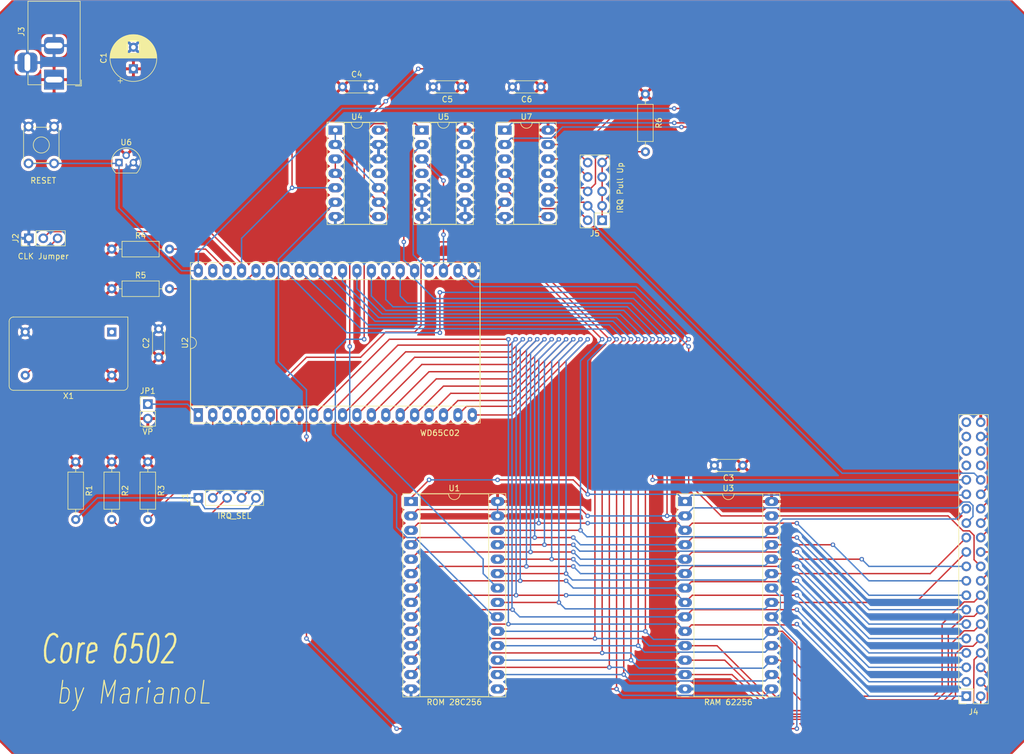
<source format=kicad_pcb>
(kicad_pcb (version 20171130) (host pcbnew "(5.1.9-0-10_14)")
  (layers (0 F.Cu signal) (31 B.Cu signal) (34 B.Paste user) (35 F.Paste user) (36 B.SilkS user) (37 F.SilkS user) (38 B.Mask user hide) (39 F.Mask user hide) (44 Edge.Cuts user))
  (net 0 "")
  (net 1 ~ACIA_IRQ)
  (net 2 GND)
  (net 3 "Net-(J1-Pad1)")
  (net 4 "Net-(J1-Pad2)")
  (net 5 ~IRQ)
  (net 6 "Net-(J1-Pad4)")
  (net 7 CLK)
  (net 8 /CLK_OUT)
  (net 9 a0)
  (net 10 d0)
  (net 11 a1)
  (net 12 d1)
  (net 13 a2)
  (net 14 d2)
  (net 15 a3)
  (net 16 d3)
  (net 17 a4)
  (net 18 d4)
  (net 19 a5)
  (net 20 d5)
  (net 21 a6)
  (net 22 d6)
  (net 23 a7)
  (net 24 d7)
  (net 25 a8)
  (net 26 a9)
  (net 27 R~W)
  (net 28 a10)
  (net 29 ~IO_CS)
  (net 30 a11)
  (net 31 ~RESET)
  (net 32 a12)
  (net 33 EXP_IRQ)
  (net 34 a13)
  (net 35 a14)
  (net 36 a15)
  (net 37 "Net-(J4-Pad33)")
  (net 38 "Net-(J4-Pad34)")
  (net 39 "Net-(J4-Pad35)")
  (net 40 "Net-(J4-Pad36)")
  (net 41 "Net-(J4-Pad37)")
  (net 42 "Net-(J4-Pad39)")
  (net 43 "Net-(J5-Pad1)")
  (net 44 "Net-(J5-Pad2)")
  (net 45 "Net-(J5-Pad8)")
  (net 46 "Net-(J5-Pad10)")
  (net 47 "Net-(JP1-Pad1)")
  (net 48 "Net-(R3-Pad2)")
  (net 49 "Net-(R4-Pad2)")
  (net 50 "Net-(R5-Pad2)")
  (net 51 ~ROM_OE)
  (net 52 ~ROM_CS)
  (net 53 "Net-(U2-Pad3)")
  (net 54 "Net-(U2-Pad5)")
  (net 55 "Net-(U2-Pad7)")
  (net 56 "Net-(U2-Pad35)")
  (net 57 "Net-(U2-Pad39)")
  (net 58 ~RAM_CS)
  (net 59 "Net-(U4-Pad11)")
  (net 60 "Net-(U5-Pad13)")
  (net 61 "Net-(U5-Pad4)")
  (net 62 "Net-(U5-Pad10)")
  (net 63 "Net-(U7-Pad5)")
  (net 64 "Net-(X1-Pad1)")
  (net 65 +5V)
  (net 66 ~VIA2_IRQ)
  (net 67 ~VIA1_IRQ)
  (module Connector_PinHeader_2.54mm:PinHeader_1x02_P2.54mm_Vertical (layer F.Cu) (at 130.81 -238.76)
    (fp_text reference JP1 (at 0 -2.33) (layer F.SilkS))
    (fp_text value ~VP (at 0 4.87) (layer F.SilkS))
    (pad 2 thru_hole oval (at 0 2.54) (size 1.7 1.7) (drill 1) (layers *.Cu *.Mask) (net 65 +5V))
    (pad 1 thru_hole rect (at 0 0) (size 1.7 1.7) (drill 1) (layers *.Cu *.Mask) (net 47 "Net-(JP1-Pad1)"))
  )
  (module Connector_PinHeader_2.54mm:PinHeader_2x05_P2.54mm_Vertical (layer F.Cu) (at 210.82 -271.145 180)
    (fp_text reference J5 (at 1.27 -2.33) (layer F.SilkS))
    (fp_text value "IRQ Pull Up" (at -3.175 5.715 90) (layer F.SilkS))
    (pad 10 thru_hole oval (at 2.54 10.16 180) (size 1.7 1.7) (drill 1) (layers *.Cu *.Mask) (net 46 "Net-(J5-Pad10)"))
    (pad 9 thru_hole oval (at 0 10.16 180) (size 1.7 1.7) (drill 1) (layers *.Cu *.Mask) (net 43 "Net-(J5-Pad1)"))
    (pad 8 thru_hole oval (at 2.54 7.62 180) (size 1.7 1.7) (drill 1) (layers *.Cu *.Mask) (net 45 "Net-(J5-Pad8)"))
    (pad 7 thru_hole oval (at 0 7.62 180) (size 1.7 1.7) (drill 1) (layers *.Cu *.Mask) (net 43 "Net-(J5-Pad1)"))
    (pad 6 thru_hole oval (at 2.54 5.08 180) (size 1.7 1.7) (drill 1) (layers *.Cu *.Mask) (net 33 EXP_IRQ))
    (pad 5 thru_hole oval (at 0 5.08 180) (size 1.7 1.7) (drill 1) (layers *.Cu *.Mask) (net 43 "Net-(J5-Pad1)"))
    (pad 4 thru_hole oval (at 2.54 2.54 180) (size 1.7 1.7) (drill 1) (layers *.Cu *.Mask) (net 1 ~ACIA_IRQ))
    (pad 3 thru_hole oval (at 0 2.54 180) (size 1.7 1.7) (drill 1) (layers *.Cu *.Mask) (net 43 "Net-(J5-Pad1)"))
    (pad 2 thru_hole oval (at 2.54 0 180) (size 1.7 1.7) (drill 1) (layers *.Cu *.Mask) (net 44 "Net-(J5-Pad2)"))
    (pad 1 thru_hole rect (at 0 0 180) (size 1.7 1.7) (drill 1) (layers *.Cu *.Mask) (net 43 "Net-(J5-Pad1)"))
  )
  (module Connector_PinSocket_2.54mm:PinSocket_2x20_P2.54mm_Vertical (layer F.Cu) (at 274.955 -187.325 180)
    (fp_text reference J4 (at -1.27 -2.77) (layer F.SilkS))
    (fp_text value "Expansion Port")
    (pad 40 thru_hole oval (at -2.54 48.26 180) (size 1.7 1.7) (drill 1) (layers *.Cu *.Mask) (net 65 +5V))
    (pad 39 thru_hole oval (at 0 48.26 180) (size 1.7 1.7) (drill 1) (layers *.Cu *.Mask) (net 42 "Net-(J4-Pad39)"))
    (pad 38 thru_hole oval (at -2.54 45.72 180) (size 1.7 1.7) (drill 1) (layers *.Cu *.Mask) (net 2 GND))
    (pad 37 thru_hole oval (at 0 45.72 180) (size 1.7 1.7) (drill 1) (layers *.Cu *.Mask) (net 41 "Net-(J4-Pad37)"))
    (pad 36 thru_hole oval (at -2.54 43.18 180) (size 1.7 1.7) (drill 1) (layers *.Cu *.Mask) (net 40 "Net-(J4-Pad36)"))
    (pad 35 thru_hole oval (at 0 43.18 180) (size 1.7 1.7) (drill 1) (layers *.Cu *.Mask) (net 39 "Net-(J4-Pad35)"))
    (pad 34 thru_hole oval (at -2.54 40.64 180) (size 1.7 1.7) (drill 1) (layers *.Cu *.Mask) (net 38 "Net-(J4-Pad34)"))
    (pad 33 thru_hole oval (at 0 40.64 180) (size 1.7 1.7) (drill 1) (layers *.Cu *.Mask) (net 37 "Net-(J4-Pad33)"))
    (pad 32 thru_hole oval (at -2.54 38.1 180) (size 1.7 1.7) (drill 1) (layers *.Cu *.Mask) (net 1 ~ACIA_IRQ))
    (pad 31 thru_hole oval (at 0 38.1 180) (size 1.7 1.7) (drill 1) (layers *.Cu *.Mask) (net 36 a15))
    (pad 30 thru_hole oval (at -2.54 35.56 180) (size 1.7 1.7) (drill 1) (layers *.Cu *.Mask) (net 66 ~VIA2_IRQ))
    (pad 29 thru_hole oval (at 0 35.56 180) (size 1.7 1.7) (drill 1) (layers *.Cu *.Mask) (net 35 a14))
    (pad 28 thru_hole oval (at -2.54 33.02 180) (size 1.7 1.7) (drill 1) (layers *.Cu *.Mask) (net 67 ~VIA1_IRQ))
    (pad 27 thru_hole oval (at 0 33.02 180) (size 1.7 1.7) (drill 1) (layers *.Cu *.Mask) (net 34 a13))
    (pad 26 thru_hole oval (at -2.54 30.48 180) (size 1.7 1.7) (drill 1) (layers *.Cu *.Mask) (net 33 EXP_IRQ))
    (pad 25 thru_hole oval (at 0 30.48 180) (size 1.7 1.7) (drill 1) (layers *.Cu *.Mask) (net 32 a12))
    (pad 24 thru_hole oval (at -2.54 27.94 180) (size 1.7 1.7) (drill 1) (layers *.Cu *.Mask) (net 31 ~RESET))
    (pad 23 thru_hole oval (at 0 27.94 180) (size 1.7 1.7) (drill 1) (layers *.Cu *.Mask) (net 30 a11))
    (pad 22 thru_hole oval (at -2.54 25.4 180) (size 1.7 1.7) (drill 1) (layers *.Cu *.Mask) (net 29 ~IO_CS))
    (pad 21 thru_hole oval (at 0 25.4 180) (size 1.7 1.7) (drill 1) (layers *.Cu *.Mask) (net 28 a10))
    (pad 20 thru_hole oval (at -2.54 22.86 180) (size 1.7 1.7) (drill 1) (layers *.Cu *.Mask) (net 27 R~W))
    (pad 19 thru_hole oval (at 0 22.86 180) (size 1.7 1.7) (drill 1) (layers *.Cu *.Mask) (net 26 a9))
    (pad 18 thru_hole oval (at -2.54 20.32 180) (size 1.7 1.7) (drill 1) (layers *.Cu *.Mask) (net 7 CLK))
    (pad 17 thru_hole oval (at 0 20.32 180) (size 1.7 1.7) (drill 1) (layers *.Cu *.Mask) (net 25 a8))
    (pad 16 thru_hole oval (at -2.54 17.78 180) (size 1.7 1.7) (drill 1) (layers *.Cu *.Mask) (net 24 d7))
    (pad 15 thru_hole oval (at 0 17.78 180) (size 1.7 1.7) (drill 1) (layers *.Cu *.Mask) (net 23 a7))
    (pad 14 thru_hole oval (at -2.54 15.24 180) (size 1.7 1.7) (drill 1) (layers *.Cu *.Mask) (net 22 d6))
    (pad 13 thru_hole oval (at 0 15.24 180) (size 1.7 1.7) (drill 1) (layers *.Cu *.Mask) (net 21 a6))
    (pad 12 thru_hole oval (at -2.54 12.7 180) (size 1.7 1.7) (drill 1) (layers *.Cu *.Mask) (net 20 d5))
    (pad 11 thru_hole oval (at 0 12.7 180) (size 1.7 1.7) (drill 1) (layers *.Cu *.Mask) (net 19 a5))
    (pad 10 thru_hole oval (at -2.54 10.16 180) (size 1.7 1.7) (drill 1) (layers *.Cu *.Mask) (net 18 d4))
    (pad 9 thru_hole oval (at 0 10.16 180) (size 1.7 1.7) (drill 1) (layers *.Cu *.Mask) (net 17 a4))
    (pad 8 thru_hole oval (at -2.54 7.62 180) (size 1.7 1.7) (drill 1) (layers *.Cu *.Mask) (net 16 d3))
    (pad 7 thru_hole oval (at 0 7.62 180) (size 1.7 1.7) (drill 1) (layers *.Cu *.Mask) (net 15 a3))
    (pad 6 thru_hole oval (at -2.54 5.08 180) (size 1.7 1.7) (drill 1) (layers *.Cu *.Mask) (net 14 d2))
    (pad 5 thru_hole oval (at 0 5.08 180) (size 1.7 1.7) (drill 1) (layers *.Cu *.Mask) (net 13 a2))
    (pad 4 thru_hole oval (at -2.54 2.54 180) (size 1.7 1.7) (drill 1) (layers *.Cu *.Mask) (net 12 d1))
    (pad 3 thru_hole oval (at 0 2.54 180) (size 1.7 1.7) (drill 1) (layers *.Cu *.Mask) (net 11 a1))
    (pad 2 thru_hole oval (at -2.54 0 180) (size 1.7 1.7) (drill 1) (layers *.Cu *.Mask) (net 10 d0))
    (pad 1 thru_hole rect (at 0 0 180) (size 1.7 1.7) (drill 1) (layers *.Cu *.Mask) (net 9 a0))
  )
  (module Connector_PinHeader_2.54mm:PinHeader_1x03_P2.54mm_Vertical (layer F.Cu) (at 109.855 -267.97 90)
    (fp_text reference J2 (at 0 -2.33 90) (layer F.SilkS))
    (fp_text value "CLK Jumper" (at -3.175 2.54 180) (layer F.SilkS))
    (pad 3 thru_hole oval (at 0 5.08 90) (size 1.7 1.7) (drill 1) (layers *.Cu *.Mask) (net 8 /CLK_OUT))
    (pad 2 thru_hole oval (at 0 2.54 90) (size 1.7 1.7) (drill 1) (layers *.Cu *.Mask) (net 7 CLK))
    (pad 1 thru_hole rect (at 0 0 90) (size 1.7 1.7) (drill 1) (layers *.Cu *.Mask) (net 2 GND))
  )
  (module Connector_PinHeader_2.54mm:PinHeader_1x05_P2.54mm_Vertical (layer F.Cu) (at 139.7 -222.25 90)
    (fp_text reference J1 (at 0 -2.33 90) (layer F.SilkS))
    (fp_text value IRQ_SEL (at -3.175 6.35 180) (layer F.SilkS))
    (pad 5 thru_hole oval (at 0 10.16 90) (size 1.7 1.7) (drill 1) (layers *.Cu *.Mask) (net 3 "Net-(J1-Pad1)"))
    (pad 4 thru_hole oval (at 0 7.62 90) (size 1.7 1.7) (drill 1) (layers *.Cu *.Mask) (net 6 "Net-(J1-Pad4)"))
    (pad 3 thru_hole oval (at 0 5.08 90) (size 1.7 1.7) (drill 1) (layers *.Cu *.Mask) (net 5 ~IRQ))
    (pad 2 thru_hole oval (at 0 2.54 90) (size 1.7 1.7) (drill 1) (layers *.Cu *.Mask) (net 4 "Net-(J1-Pad2)"))
    (pad 1 thru_hole rect (at 0 0 90) (size 1.7 1.7) (drill 1) (layers *.Cu *.Mask) (net 3 "Net-(J1-Pad1)"))
  )
  (module Capacitor_THT:CP_Radial_D8.0mm_P3.80mm (layer F.Cu) (at 128.27 -297.815 90)
    (fp_text reference C1 (at 1.9 -5.25 90) (layer F.SilkS))
    (fp_text value 1000uF)
    (pad 1 thru_hole rect (at 0 0 90) (size 1.6 1.6) (drill 0.8) (layers *.Cu *.Mask) (net 65 +5V))
    (pad 2 thru_hole circle (at 3.8 0 90) (size 1.6 1.6) (drill 0.8) (layers *.Cu *.Mask) (net 2 GND))
  )
  (module Capacitor_THT:C_Disc_D4.3mm_W1.9mm_P5.00mm (layer F.Cu) (at 132.715 -247.015 90)
    (fp_text reference C2 (at 2.5 -2.2 90) (layer F.SilkS))
    (fp_text value 0.1uF)
    (pad 1 thru_hole circle (at 0 0 90) (size 1.6 1.6) (drill 0.8) (layers *.Cu *.Mask) (net 65 +5V))
    (pad 2 thru_hole circle (at 5 0 90) (size 1.6 1.6) (drill 0.8) (layers *.Cu *.Mask) (net 2 GND))
  )
  (module Capacitor_THT:C_Disc_D4.3mm_W1.9mm_P5.00mm (layer F.Cu) (at 235.585 -227.965 180)
    (fp_text reference C3 (at 2.5 -2.2) (layer F.SilkS))
    (fp_text value 0.1uF)
    (pad 2 thru_hole circle (at 5 0 180) (size 1.6 1.6) (drill 0.8) (layers *.Cu *.Mask) (net 2 GND))
    (pad 1 thru_hole circle (at 0 0 180) (size 1.6 1.6) (drill 0.8) (layers *.Cu *.Mask) (net 65 +5V))
  )
  (module Capacitor_THT:C_Disc_D4.3mm_W1.9mm_P5.00mm (layer F.Cu) (at 165.1 -294.64)
    (fp_text reference C4 (at 2.5 -2.2) (layer F.SilkS))
    (fp_text value 0.1uF)
    (pad 1 thru_hole circle (at 0 0) (size 1.6 1.6) (drill 0.8) (layers *.Cu *.Mask) (net 65 +5V))
    (pad 2 thru_hole circle (at 5 0) (size 1.6 1.6) (drill 0.8) (layers *.Cu *.Mask) (net 2 GND))
  )
  (module Capacitor_THT:C_Disc_D4.3mm_W1.9mm_P5.00mm (layer F.Cu) (at 186.055 -294.64 180)
    (fp_text reference C5 (at 2.5 -2.2) (layer F.SilkS))
    (fp_text value 0.1uF)
    (pad 2 thru_hole circle (at 5 0 180) (size 1.6 1.6) (drill 0.8) (layers *.Cu *.Mask) (net 2 GND))
    (pad 1 thru_hole circle (at 0 0 180) (size 1.6 1.6) (drill 0.8) (layers *.Cu *.Mask) (net 65 +5V))
  )
  (module Capacitor_THT:C_Disc_D4.3mm_W1.9mm_P5.00mm (layer F.Cu) (at 200.025 -294.64 180)
    (fp_text reference C6 (at 2.5 -2.2) (layer F.SilkS))
    (fp_text value 0.1uF)
    (pad 1 thru_hole circle (at 0 0 180) (size 1.6 1.6) (drill 0.8) (layers *.Cu *.Mask) (net 65 +5V))
    (pad 2 thru_hole circle (at 5 0 180) (size 1.6 1.6) (drill 0.8) (layers *.Cu *.Mask) (net 2 GND))
  )
  (module Connector_BarrelJack:BarrelJack_Horizontal (layer F.Cu) (at 114.3 -295.91 270)
    (fp_text reference J3 (at -8.45 5.75 90) (layer F.SilkS))
    (fp_text value Barrel_Jack_Switch)
    (pad 1 thru_hole rect (at 0 0 270) (size 3.5 3.5) (drill oval 1 3) (layers *.Cu *.Mask) (net 65 +5V))
    (pad 2 thru_hole roundrect (at -6 0 270) (size 3 3.5) (drill oval 1 3) (layers *.Cu *.Mask) (net 2 GND))
    (pad 3 thru_hole roundrect (at -3 4.7 270) (size 3.5 3.5) (drill oval 3 1) (layers *.Cu *.Mask) (net 2 GND))
  )
  (module Resistor_THT:R_Axial_DIN0207_L6.3mm_D2.5mm_P10.16mm_Horizontal (layer F.Cu) (at 118.11 -228.6 270)
    (fp_text reference R1 (at 5.08 -2.37 90) (layer F.SilkS))
    (fp_text value 4K7)
    (pad 2 thru_hole oval (at 10.16 0 270) (size 1.6 1.6) (drill 0.8) (layers *.Cu *.Mask) (net 3 "Net-(J1-Pad1)"))
    (pad 1 thru_hole circle (at 0 0 270) (size 1.6 1.6) (drill 0.8) (layers *.Cu *.Mask) (net 65 +5V))
  )
  (module Resistor_THT:R_Axial_DIN0207_L6.3mm_D2.5mm_P10.16mm_Horizontal (layer F.Cu) (at 124.46 -228.6 270)
    (fp_text reference R2 (at 5.08 -2.37 90) (layer F.SilkS))
    (fp_text value 4K7)
    (pad 1 thru_hole circle (at 0 0 270) (size 1.6 1.6) (drill 0.8) (layers *.Cu *.Mask) (net 65 +5V))
    (pad 2 thru_hole oval (at 10.16 0 270) (size 1.6 1.6) (drill 0.8) (layers *.Cu *.Mask) (net 5 ~IRQ))
  )
  (module Resistor_THT:R_Axial_DIN0207_L6.3mm_D2.5mm_P10.16mm_Horizontal (layer F.Cu) (at 130.81 -228.6 270)
    (fp_text reference R3 (at 5.08 -2.37 90) (layer F.SilkS))
    (fp_text value 4K7)
    (pad 1 thru_hole circle (at 0 0 270) (size 1.6 1.6) (drill 0.8) (layers *.Cu *.Mask) (net 65 +5V))
    (pad 2 thru_hole oval (at 10.16 0 270) (size 1.6 1.6) (drill 0.8) (layers *.Cu *.Mask) (net 48 "Net-(R3-Pad2)"))
  )
  (module Resistor_THT:R_Axial_DIN0207_L6.3mm_D2.5mm_P10.16mm_Horizontal (layer F.Cu) (at 124.46 -266.065)
    (fp_text reference R4 (at 5.08 -2.37) (layer F.SilkS))
    (fp_text value 4K7)
    (pad 2 thru_hole oval (at 10.16 0) (size 1.6 1.6) (drill 0.8) (layers *.Cu *.Mask) (net 49 "Net-(R4-Pad2)"))
    (pad 1 thru_hole circle (at 0 0) (size 1.6 1.6) (drill 0.8) (layers *.Cu *.Mask) (net 65 +5V))
  )
  (module Resistor_THT:R_Axial_DIN0207_L6.3mm_D2.5mm_P10.16mm_Horizontal (layer F.Cu) (at 124.46 -259.08)
    (fp_text reference R5 (at 5.08 -2.37) (layer F.SilkS))
    (fp_text value 4K7)
    (pad 1 thru_hole circle (at 0 0) (size 1.6 1.6) (drill 0.8) (layers *.Cu *.Mask) (net 65 +5V))
    (pad 2 thru_hole oval (at 10.16 0) (size 1.6 1.6) (drill 0.8) (layers *.Cu *.Mask) (net 50 "Net-(R5-Pad2)"))
  )
  (module Resistor_THT:R_Axial_DIN0207_L6.3mm_D2.5mm_P10.16mm_Horizontal (layer F.Cu) (at 218.44 -293.37 270)
    (fp_text reference R6 (at 5.08 -2.37 90) (layer F.SilkS))
    (fp_text value 4K7)
    (pad 2 thru_hole oval (at 10.16 0 270) (size 1.6 1.6) (drill 0.8) (layers *.Cu *.Mask) (net 43 "Net-(J5-Pad1)"))
    (pad 1 thru_hole circle (at 0 0 270) (size 1.6 1.6) (drill 0.8) (layers *.Cu *.Mask) (net 65 +5V))
  )
  (module Button_Switch_THT:SW_TH_Tactile_Omron_B3F-10xx (layer F.Cu) (at 114.3 -287.655 270)
    (fp_text reference RESET (at 9.525 1.905 180) (layer F.SilkS))
    (fp_text value SW_Push_Dual)
    (pad 4 thru_hole circle (at 6.5 4.5 270) (size 1.7 1.7) (drill 1) (layers *.Cu *.Mask) (net 31 ~RESET))
    (pad 3 thru_hole circle (at 0 4.5 270) (size 1.7 1.7) (drill 1) (layers *.Cu *.Mask) (net 2 GND))
    (pad 2 thru_hole circle (at 6.5 0 270) (size 1.7 1.7) (drill 1) (layers *.Cu *.Mask) (net 31 ~RESET))
    (pad 1 thru_hole circle (at 0 0 270) (size 1.7 1.7) (drill 1) (layers *.Cu *.Mask) (net 2 GND))
  )
  (module Package_DIP:DIP-28_W15.24mm_Socket_LongPads (layer F.Cu) (at 177.165 -221.615)
    (fp_text reference U1 (at 7.62 -2.33) (layer F.SilkS))
    (fp_text value "ROM 28C256" (at 7.62 35.35) (layer F.SilkS))
    (pad 1 thru_hole rect (at 0 0) (size 2.4 1.6) (drill 0.8) (layers *.Cu *.Mask) (net 35 a14))
    (pad 15 thru_hole oval (at 15.24 33.02) (size 2.4 1.6) (drill 0.8) (layers *.Cu *.Mask) (net 16 d3))
    (pad 2 thru_hole oval (at 0 2.54) (size 2.4 1.6) (drill 0.8) (layers *.Cu *.Mask) (net 32 a12))
    (pad 16 thru_hole oval (at 15.24 30.48) (size 2.4 1.6) (drill 0.8) (layers *.Cu *.Mask) (net 18 d4))
    (pad 3 thru_hole oval (at 0 5.08) (size 2.4 1.6) (drill 0.8) (layers *.Cu *.Mask) (net 23 a7))
    (pad 17 thru_hole oval (at 15.24 27.94) (size 2.4 1.6) (drill 0.8) (layers *.Cu *.Mask) (net 20 d5))
    (pad 4 thru_hole oval (at 0 7.62) (size 2.4 1.6) (drill 0.8) (layers *.Cu *.Mask) (net 21 a6))
    (pad 18 thru_hole oval (at 15.24 25.4) (size 2.4 1.6) (drill 0.8) (layers *.Cu *.Mask) (net 22 d6))
    (pad 5 thru_hole oval (at 0 10.16) (size 2.4 1.6) (drill 0.8) (layers *.Cu *.Mask) (net 19 a5))
    (pad 19 thru_hole oval (at 15.24 22.86) (size 2.4 1.6) (drill 0.8) (layers *.Cu *.Mask) (net 24 d7))
    (pad 6 thru_hole oval (at 0 12.7) (size 2.4 1.6) (drill 0.8) (layers *.Cu *.Mask) (net 17 a4))
    (pad 20 thru_hole oval (at 15.24 20.32) (size 2.4 1.6) (drill 0.8) (layers *.Cu *.Mask) (net 52 ~ROM_CS))
    (pad 7 thru_hole oval (at 0 15.24) (size 2.4 1.6) (drill 0.8) (layers *.Cu *.Mask) (net 15 a3))
    (pad 21 thru_hole oval (at 15.24 17.78) (size 2.4 1.6) (drill 0.8) (layers *.Cu *.Mask) (net 28 a10))
    (pad 8 thru_hole oval (at 0 17.78) (size 2.4 1.6) (drill 0.8) (layers *.Cu *.Mask) (net 13 a2))
    (pad 22 thru_hole oval (at 15.24 15.24) (size 2.4 1.6) (drill 0.8) (layers *.Cu *.Mask) (net 51 ~ROM_OE))
    (pad 9 thru_hole oval (at 0 20.32) (size 2.4 1.6) (drill 0.8) (layers *.Cu *.Mask) (net 11 a1))
    (pad 23 thru_hole oval (at 15.24 12.7) (size 2.4 1.6) (drill 0.8) (layers *.Cu *.Mask) (net 30 a11))
    (pad 10 thru_hole oval (at 0 22.86) (size 2.4 1.6) (drill 0.8) (layers *.Cu *.Mask) (net 9 a0))
    (pad 24 thru_hole oval (at 15.24 10.16) (size 2.4 1.6) (drill 0.8) (layers *.Cu *.Mask) (net 26 a9))
    (pad 11 thru_hole oval (at 0 25.4) (size 2.4 1.6) (drill 0.8) (layers *.Cu *.Mask) (net 10 d0))
    (pad 25 thru_hole oval (at 15.24 7.62) (size 2.4 1.6) (drill 0.8) (layers *.Cu *.Mask) (net 25 a8))
    (pad 12 thru_hole oval (at 0 27.94) (size 2.4 1.6) (drill 0.8) (layers *.Cu *.Mask) (net 12 d1))
    (pad 26 thru_hole oval (at 15.24 5.08) (size 2.4 1.6) (drill 0.8) (layers *.Cu *.Mask) (net 34 a13))
    (pad 13 thru_hole oval (at 0 30.48) (size 2.4 1.6) (drill 0.8) (layers *.Cu *.Mask) (net 14 d2))
    (pad 27 thru_hole oval (at 15.24 2.54) (size 2.4 1.6) (drill 0.8) (layers *.Cu *.Mask) (net 65 +5V))
    (pad 14 thru_hole oval (at 0 33.02) (size 2.4 1.6) (drill 0.8) (layers *.Cu *.Mask) (net 2 GND))
    (pad 28 thru_hole oval (at 15.24 0) (size 2.4 1.6) (drill 0.8) (layers *.Cu *.Mask) (net 65 +5V))
  )
  (module Package_DIP:DIP-40_W25.4mm_Socket_LongPads (layer F.Cu) (at 139.7 -236.855 90)
    (fp_text reference U2 (at 12.7 -2.33 90) (layer F.SilkS))
    (fp_text value WD65C02 (at -3.175 42.545 180) (layer F.SilkS))
    (pad 40 thru_hole oval (at 25.4 0 90) (size 2.4 1.6) (drill 0.8) (layers *.Cu *.Mask) (net 31 ~RESET))
    (pad 20 thru_hole oval (at 0 48.26 90) (size 2.4 1.6) (drill 0.8) (layers *.Cu *.Mask) (net 30 a11))
    (pad 39 thru_hole oval (at 25.4 2.54 90) (size 2.4 1.6) (drill 0.8) (layers *.Cu *.Mask) (net 57 "Net-(U2-Pad39)"))
    (pad 19 thru_hole oval (at 0 45.72 90) (size 2.4 1.6) (drill 0.8) (layers *.Cu *.Mask) (net 28 a10))
    (pad 38 thru_hole oval (at 25.4 5.08 90) (size 2.4 1.6) (drill 0.8) (layers *.Cu *.Mask) (net 49 "Net-(R4-Pad2)"))
    (pad 18 thru_hole oval (at 0 43.18 90) (size 2.4 1.6) (drill 0.8) (layers *.Cu *.Mask) (net 26 a9))
    (pad 37 thru_hole oval (at 25.4 7.62 90) (size 2.4 1.6) (drill 0.8) (layers *.Cu *.Mask) (net 7 CLK))
    (pad 17 thru_hole oval (at 0 40.64 90) (size 2.4 1.6) (drill 0.8) (layers *.Cu *.Mask) (net 25 a8))
    (pad 36 thru_hole oval (at 25.4 10.16 90) (size 2.4 1.6) (drill 0.8) (layers *.Cu *.Mask) (net 50 "Net-(R5-Pad2)"))
    (pad 16 thru_hole oval (at 0 38.1 90) (size 2.4 1.6) (drill 0.8) (layers *.Cu *.Mask) (net 23 a7))
    (pad 35 thru_hole oval (at 25.4 12.7 90) (size 2.4 1.6) (drill 0.8) (layers *.Cu *.Mask) (net 56 "Net-(U2-Pad35)"))
    (pad 15 thru_hole oval (at 0 35.56 90) (size 2.4 1.6) (drill 0.8) (layers *.Cu *.Mask) (net 21 a6))
    (pad 34 thru_hole oval (at 25.4 15.24 90) (size 2.4 1.6) (drill 0.8) (layers *.Cu *.Mask) (net 27 R~W))
    (pad 14 thru_hole oval (at 0 33.02 90) (size 2.4 1.6) (drill 0.8) (layers *.Cu *.Mask) (net 19 a5))
    (pad 33 thru_hole oval (at 25.4 17.78 90) (size 2.4 1.6) (drill 0.8) (layers *.Cu *.Mask) (net 10 d0))
    (pad 13 thru_hole oval (at 0 30.48 90) (size 2.4 1.6) (drill 0.8) (layers *.Cu *.Mask) (net 17 a4))
    (pad 32 thru_hole oval (at 25.4 20.32 90) (size 2.4 1.6) (drill 0.8) (layers *.Cu *.Mask) (net 12 d1))
    (pad 12 thru_hole oval (at 0 27.94 90) (size 2.4 1.6) (drill 0.8) (layers *.Cu *.Mask) (net 15 a3))
    (pad 31 thru_hole oval (at 25.4 22.86 90) (size 2.4 1.6) (drill 0.8) (layers *.Cu *.Mask) (net 14 d2))
    (pad 11 thru_hole oval (at 0 25.4 90) (size 2.4 1.6) (drill 0.8) (layers *.Cu *.Mask) (net 13 a2))
    (pad 30 thru_hole oval (at 25.4 25.4 90) (size 2.4 1.6) (drill 0.8) (layers *.Cu *.Mask) (net 16 d3))
    (pad 10 thru_hole oval (at 0 22.86 90) (size 2.4 1.6) (drill 0.8) (layers *.Cu *.Mask) (net 11 a1))
    (pad 29 thru_hole oval (at 25.4 27.94 90) (size 2.4 1.6) (drill 0.8) (layers *.Cu *.Mask) (net 18 d4))
    (pad 9 thru_hole oval (at 0 20.32 90) (size 2.4 1.6) (drill 0.8) (layers *.Cu *.Mask) (net 9 a0))
    (pad 28 thru_hole oval (at 25.4 30.48 90) (size 2.4 1.6) (drill 0.8) (layers *.Cu *.Mask) (net 20 d5))
    (pad 8 thru_hole oval (at 0 17.78 90) (size 2.4 1.6) (drill 0.8) (layers *.Cu *.Mask) (net 65 +5V))
    (pad 27 thru_hole oval (at 25.4 33.02 90) (size 2.4 1.6) (drill 0.8) (layers *.Cu *.Mask) (net 22 d6))
    (pad 7 thru_hole oval (at 0 15.24 90) (size 2.4 1.6) (drill 0.8) (layers *.Cu *.Mask) (net 55 "Net-(U2-Pad7)"))
    (pad 26 thru_hole oval (at 25.4 35.56 90) (size 2.4 1.6) (drill 0.8) (layers *.Cu *.Mask) (net 24 d7))
    (pad 6 thru_hole oval (at 0 12.7 90) (size 2.4 1.6) (drill 0.8) (layers *.Cu *.Mask) (net 6 "Net-(J1-Pad4)"))
    (pad 25 thru_hole oval (at 25.4 38.1 90) (size 2.4 1.6) (drill 0.8) (layers *.Cu *.Mask) (net 36 a15))
    (pad 5 thru_hole oval (at 0 10.16 90) (size 2.4 1.6) (drill 0.8) (layers *.Cu *.Mask) (net 54 "Net-(U2-Pad5)"))
    (pad 24 thru_hole oval (at 25.4 40.64 90) (size 2.4 1.6) (drill 0.8) (layers *.Cu *.Mask) (net 35 a14))
    (pad 4 thru_hole oval (at 0 7.62 90) (size 2.4 1.6) (drill 0.8) (layers *.Cu *.Mask) (net 4 "Net-(J1-Pad2)"))
    (pad 23 thru_hole oval (at 25.4 43.18 90) (size 2.4 1.6) (drill 0.8) (layers *.Cu *.Mask) (net 34 a13))
    (pad 3 thru_hole oval (at 0 5.08 90) (size 2.4 1.6) (drill 0.8) (layers *.Cu *.Mask) (net 53 "Net-(U2-Pad3)"))
    (pad 22 thru_hole oval (at 25.4 45.72 90) (size 2.4 1.6) (drill 0.8) (layers *.Cu *.Mask) (net 32 a12))
    (pad 2 thru_hole oval (at 0 2.54 90) (size 2.4 1.6) (drill 0.8) (layers *.Cu *.Mask) (net 48 "Net-(R3-Pad2)"))
    (pad 21 thru_hole oval (at 25.4 48.26 90) (size 2.4 1.6) (drill 0.8) (layers *.Cu *.Mask) (net 2 GND))
    (pad 1 thru_hole rect (at 0 0 90) (size 2.4 1.6) (drill 0.8) (layers *.Cu *.Mask) (net 47 "Net-(JP1-Pad1)"))
  )
  (module Package_DIP:DIP-28_W15.24mm_Socket_LongPads (layer F.Cu) (at 225.425 -221.615)
    (fp_text reference U3 (at 7.62 -2.33) (layer F.SilkS))
    (fp_text value "RAM 62256" (at 7.62 35.35) (layer F.SilkS))
    (pad 1 thru_hole rect (at 0 0) (size 2.4 1.6) (drill 0.8) (layers *.Cu *.Mask) (net 35 a14))
    (pad 15 thru_hole oval (at 15.24 33.02) (size 2.4 1.6) (drill 0.8) (layers *.Cu *.Mask) (net 16 d3))
    (pad 2 thru_hole oval (at 0 2.54) (size 2.4 1.6) (drill 0.8) (layers *.Cu *.Mask) (net 32 a12))
    (pad 16 thru_hole oval (at 15.24 30.48) (size 2.4 1.6) (drill 0.8) (layers *.Cu *.Mask) (net 18 d4))
    (pad 3 thru_hole oval (at 0 5.08) (size 2.4 1.6) (drill 0.8) (layers *.Cu *.Mask) (net 23 a7))
    (pad 17 thru_hole oval (at 15.24 27.94) (size 2.4 1.6) (drill 0.8) (layers *.Cu *.Mask) (net 20 d5))
    (pad 4 thru_hole oval (at 0 7.62) (size 2.4 1.6) (drill 0.8) (layers *.Cu *.Mask) (net 21 a6))
    (pad 18 thru_hole oval (at 15.24 25.4) (size 2.4 1.6) (drill 0.8) (layers *.Cu *.Mask) (net 22 d6))
    (pad 5 thru_hole oval (at 0 10.16) (size 2.4 1.6) (drill 0.8) (layers *.Cu *.Mask) (net 19 a5))
    (pad 19 thru_hole oval (at 15.24 22.86) (size 2.4 1.6) (drill 0.8) (layers *.Cu *.Mask) (net 24 d7))
    (pad 6 thru_hole oval (at 0 12.7) (size 2.4 1.6) (drill 0.8) (layers *.Cu *.Mask) (net 17 a4))
    (pad 20 thru_hole oval (at 15.24 20.32) (size 2.4 1.6) (drill 0.8) (layers *.Cu *.Mask) (net 58 ~RAM_CS))
    (pad 7 thru_hole oval (at 0 15.24) (size 2.4 1.6) (drill 0.8) (layers *.Cu *.Mask) (net 15 a3))
    (pad 21 thru_hole oval (at 15.24 17.78) (size 2.4 1.6) (drill 0.8) (layers *.Cu *.Mask) (net 28 a10))
    (pad 8 thru_hole oval (at 0 17.78) (size 2.4 1.6) (drill 0.8) (layers *.Cu *.Mask) (net 13 a2))
    (pad 22 thru_hole oval (at 15.24 15.24) (size 2.4 1.6) (drill 0.8) (layers *.Cu *.Mask) (net 58 ~RAM_CS))
    (pad 9 thru_hole oval (at 0 20.32) (size 2.4 1.6) (drill 0.8) (layers *.Cu *.Mask) (net 11 a1))
    (pad 23 thru_hole oval (at 15.24 12.7) (size 2.4 1.6) (drill 0.8) (layers *.Cu *.Mask) (net 30 a11))
    (pad 10 thru_hole oval (at 0 22.86) (size 2.4 1.6) (drill 0.8) (layers *.Cu *.Mask) (net 9 a0))
    (pad 24 thru_hole oval (at 15.24 10.16) (size 2.4 1.6) (drill 0.8) (layers *.Cu *.Mask) (net 26 a9))
    (pad 11 thru_hole oval (at 0 25.4) (size 2.4 1.6) (drill 0.8) (layers *.Cu *.Mask) (net 10 d0))
    (pad 25 thru_hole oval (at 15.24 7.62) (size 2.4 1.6) (drill 0.8) (layers *.Cu *.Mask) (net 25 a8))
    (pad 12 thru_hole oval (at 0 27.94) (size 2.4 1.6) (drill 0.8) (layers *.Cu *.Mask) (net 12 d1))
    (pad 26 thru_hole oval (at 15.24 5.08) (size 2.4 1.6) (drill 0.8) (layers *.Cu *.Mask) (net 34 a13))
    (pad 13 thru_hole oval (at 0 30.48) (size 2.4 1.6) (drill 0.8) (layers *.Cu *.Mask) (net 14 d2))
    (pad 27 thru_hole oval (at 15.24 2.54) (size 2.4 1.6) (drill 0.8) (layers *.Cu *.Mask) (net 27 R~W))
    (pad 14 thru_hole oval (at 0 33.02) (size 2.4 1.6) (drill 0.8) (layers *.Cu *.Mask) (net 2 GND))
    (pad 28 thru_hole oval (at 15.24 0) (size 2.4 1.6) (drill 0.8) (layers *.Cu *.Mask) (net 65 +5V))
  )
  (module Package_DIP:DIP-14_W7.62mm_Socket_LongPads (layer F.Cu) (at 163.83 -287.02)
    (fp_text reference U4 (at 3.81 -2.33) (layer F.SilkS))
    (fp_text value 74HCT00)
    (pad 1 thru_hole rect (at 0 0) (size 2.4 1.6) (drill 0.8) (layers *.Cu *.Mask) (net 36 a15))
    (pad 8 thru_hole oval (at 7.62 15.24) (size 2.4 1.6) (drill 0.8) (layers *.Cu *.Mask) (net 29 ~IO_CS))
    (pad 2 thru_hole oval (at 0 2.54) (size 2.4 1.6) (drill 0.8) (layers *.Cu *.Mask) (net 36 a15))
    (pad 9 thru_hole oval (at 7.62 12.7) (size 2.4 1.6) (drill 0.8) (layers *.Cu *.Mask) (net 52 ~ROM_CS))
    (pad 3 thru_hole oval (at 0 5.08) (size 2.4 1.6) (drill 0.8) (layers *.Cu *.Mask) (net 51 ~ROM_OE))
    (pad 10 thru_hole oval (at 7.62 10.16) (size 2.4 1.6) (drill 0.8) (layers *.Cu *.Mask) (net 36 a15))
    (pad 4 thru_hole oval (at 0 7.62) (size 2.4 1.6) (drill 0.8) (layers *.Cu *.Mask) (net 51 ~ROM_OE))
    (pad 11 thru_hole oval (at 7.62 7.62) (size 2.4 1.6) (drill 0.8) (layers *.Cu *.Mask) (net 59 "Net-(U4-Pad11)"))
    (pad 5 thru_hole oval (at 0 10.16) (size 2.4 1.6) (drill 0.8) (layers *.Cu *.Mask) (net 7 CLK))
    (pad 12 thru_hole oval (at 7.62 5.08) (size 2.4 1.6) (drill 0.8) (layers *.Cu *.Mask) (net 2 GND))
    (pad 6 thru_hole oval (at 0 12.7) (size 2.4 1.6) (drill 0.8) (layers *.Cu *.Mask) (net 58 ~RAM_CS))
    (pad 13 thru_hole oval (at 7.62 2.54) (size 2.4 1.6) (drill 0.8) (layers *.Cu *.Mask) (net 2 GND))
    (pad 7 thru_hole oval (at 0 15.24) (size 2.4 1.6) (drill 0.8) (layers *.Cu *.Mask) (net 2 GND))
    (pad 14 thru_hole oval (at 7.62 0) (size 2.4 1.6) (drill 0.8) (layers *.Cu *.Mask) (net 65 +5V))
  )
  (module Package_DIP:DIP-14_W7.62mm_Socket_LongPads (layer F.Cu) (at 179.07 -287.02)
    (fp_text reference U5 (at 3.81 -2.33) (layer F.SilkS))
    (fp_text value 74HCT02)
    (pad 14 thru_hole oval (at 7.62 0) (size 2.4 1.6) (drill 0.8) (layers *.Cu *.Mask) (net 65 +5V))
    (pad 7 thru_hole oval (at 0 15.24) (size 2.4 1.6) (drill 0.8) (layers *.Cu *.Mask) (net 2 GND))
    (pad 13 thru_hole oval (at 7.62 2.54) (size 2.4 1.6) (drill 0.8) (layers *.Cu *.Mask) (net 60 "Net-(U5-Pad13)"))
    (pad 6 thru_hole oval (at 0 12.7) (size 2.4 1.6) (drill 0.8) (layers *.Cu *.Mask) (net 2 GND))
    (pad 12 thru_hole oval (at 7.62 5.08) (size 2.4 1.6) (drill 0.8) (layers *.Cu *.Mask) (net 2 GND))
    (pad 5 thru_hole oval (at 0 10.16) (size 2.4 1.6) (drill 0.8) (layers *.Cu *.Mask) (net 2 GND))
    (pad 11 thru_hole oval (at 7.62 7.62) (size 2.4 1.6) (drill 0.8) (layers *.Cu *.Mask) (net 2 GND))
    (pad 4 thru_hole oval (at 0 7.62) (size 2.4 1.6) (drill 0.8) (layers *.Cu *.Mask) (net 61 "Net-(U5-Pad4)"))
    (pad 10 thru_hole oval (at 7.62 10.16) (size 2.4 1.6) (drill 0.8) (layers *.Cu *.Mask) (net 62 "Net-(U5-Pad10)"))
    (pad 3 thru_hole oval (at 0 5.08) (size 2.4 1.6) (drill 0.8) (layers *.Cu *.Mask) (net 34 a13))
    (pad 9 thru_hole oval (at 7.62 12.7) (size 2.4 1.6) (drill 0.8) (layers *.Cu *.Mask) (net 2 GND))
    (pad 2 thru_hole oval (at 0 2.54) (size 2.4 1.6) (drill 0.8) (layers *.Cu *.Mask) (net 35 a14))
    (pad 8 thru_hole oval (at 7.62 15.24) (size 2.4 1.6) (drill 0.8) (layers *.Cu *.Mask) (net 2 GND))
    (pad 1 thru_hole rect (at 0 0) (size 2.4 1.6) (drill 0.8) (layers *.Cu *.Mask) (net 52 ~ROM_CS))
  )
  (module Package_TO_SOT_THT:TO-92 (layer F.Cu) (at 125.73 -281.305)
    (fp_text reference U6 (at 1.27 -3.56) (layer F.SilkS))
    (fp_text value DS1813-10)
    (pad 2 thru_hole circle (at 1.27 -1.27) (size 1.3 1.3) (drill 0.75) (layers *.Cu *.Mask) (net 65 +5V))
    (pad 3 thru_hole circle (at 2.54 0) (size 1.3 1.3) (drill 0.75) (layers *.Cu *.Mask) (net 2 GND))
    (pad 1 thru_hole rect (at 0 0) (size 1.3 1.3) (drill 0.75) (layers *.Cu *.Mask) (net 31 ~RESET))
  )
  (module Package_DIP:DIP-14_W7.62mm_Socket_LongPads (layer F.Cu) (at 193.675 -287.02)
    (fp_text reference U7 (at 3.81 -2.33) (layer F.SilkS))
    (fp_text value 74LS21)
    (pad 1 thru_hole rect (at 0 0) (size 2.4 1.6) (drill 0.8) (layers *.Cu *.Mask) (net 67 ~VIA1_IRQ))
    (pad 8 thru_hole oval (at 7.62 15.24) (size 2.4 1.6) (drill 0.8) (layers *.Cu *.Mask) (net 63 "Net-(U7-Pad5)"))
    (pad 2 thru_hole oval (at 0 2.54) (size 2.4 1.6) (drill 0.8) (layers *.Cu *.Mask) (net 66 ~VIA2_IRQ))
    (pad 9 thru_hole oval (at 7.62 12.7) (size 2.4 1.6) (drill 0.8) (layers *.Cu *.Mask) (net 1 ~ACIA_IRQ))
    (pad 3 thru_hole oval (at 0 5.08) (size 2.4 1.6) (drill 0.8) (layers *.Cu *.Mask))
    (pad 10 thru_hole oval (at 7.62 10.16) (size 2.4 1.6) (drill 0.8) (layers *.Cu *.Mask) (net 33 EXP_IRQ))
    (pad 4 thru_hole oval (at 0 7.62) (size 2.4 1.6) (drill 0.8) (layers *.Cu *.Mask) (net 44 "Net-(J5-Pad2)"))
    (pad 11 thru_hole oval (at 7.62 7.62) (size 2.4 1.6) (drill 0.8) (layers *.Cu *.Mask))
    (pad 5 thru_hole oval (at 0 10.16) (size 2.4 1.6) (drill 0.8) (layers *.Cu *.Mask) (net 63 "Net-(U7-Pad5)"))
    (pad 12 thru_hole oval (at 7.62 5.08) (size 2.4 1.6) (drill 0.8) (layers *.Cu *.Mask) (net 45 "Net-(J5-Pad8)"))
    (pad 6 thru_hole oval (at 0 12.7) (size 2.4 1.6) (drill 0.8) (layers *.Cu *.Mask) (net 5 ~IRQ))
    (pad 13 thru_hole oval (at 7.62 2.54) (size 2.4 1.6) (drill 0.8) (layers *.Cu *.Mask) (net 46 "Net-(J5-Pad10)"))
    (pad 7 thru_hole oval (at 0 15.24) (size 2.4 1.6) (drill 0.8) (layers *.Cu *.Mask) (net 2 GND))
    (pad 14 thru_hole oval (at 7.62 0) (size 2.4 1.6) (drill 0.8) (layers *.Cu *.Mask) (net 65 +5V))
  )
  (module Oscillator:Oscillator_DIP-14 (layer F.Cu) (at 124.46 -251.46 180)
    (fp_text reference X1 (at 7.62 -11.26) (layer F.SilkS))
    (fp_text value CXO_DIP14)
    (pad 1 thru_hole rect (at 0 0 180) (size 1.6 1.6) (drill 0.8) (layers *.Cu *.Mask) (net 64 "Net-(X1-Pad1)"))
    (pad 14 thru_hole circle (at 0 -7.62 180) (size 1.6 1.6) (drill 0.8) (layers *.Cu *.Mask) (net 65 +5V))
    (pad 8 thru_hole circle (at 15.24 -7.62 180) (size 1.6 1.6) (drill 0.8) (layers *.Cu *.Mask) (net 8 /CLK_OUT))
    (pad 7 thru_hole circle (at 15.24 0 180) (size 1.6 1.6) (drill 0.8) (layers *.Cu *.Mask) (net 2 GND))
  )
  (gr_text "by MarianoL" (at 128.27 -187.96) (layer F.SilkS) (effects (font (size 4 3) (thickness 0.2) italic)))
  (gr_text "Core 6502" (at 123.825 -195.58) (layer F.SilkS) (effects (font (size 5 3) (thickness 0.4) italic)))
  (segment (start 207.645 -274.32) (end 208.28 -273.685) (width 0.25) (layer F.Cu) (net 1))
  (segment (start 201.295 -274.32) (end 207.645 -274.32) (width 0.25) (layer F.Cu) (net 1))
  (segment (start 209.455001 -270.224997) (end 209.455001 -272.509999) (width 0.25) (layer B.Cu) (net 1))
  (segment (start 209.455001 -272.509999) (end 208.28 -273.685) (width 0.25) (layer B.Cu) (net 1))
  (segment (start 253.079997 -226.600001) (end 209.455001 -270.224997) (width 0.25) (layer B.Cu) (net 1))
  (segment (start 276.319999 -226.600001) (end 253.079997 -226.600001) (width 0.25) (layer B.Cu) (net 1))
  (segment (start 277.495 -225.425) (end 276.319999 -226.600001) (width 0.25) (layer B.Cu) (net 1))
  (segment (start 121.92 -222.25) (end 139.7 -222.25) (width 0.25) (layer B.Cu) (net 3))
  (segment (start 118.11 -218.44) (end 121.92 -222.25) (width 0.25) (layer B.Cu) (net 3))
  (segment (start 148.59 -220.345) (end 149.86 -222.25) (width 0.25) (layer B.Cu) (net 3))
  (segment (start 140.875001 -220.345) (end 148.59 -220.345) (width 0.25) (layer B.Cu) (net 3))
  (segment (start 139.7 -222.25) (end 140.875001 -220.345) (width 0.25) (layer B.Cu) (net 3))
  (segment (start 147.32 -227.33) (end 142.24 -222.25) (width 0.25) (layer F.Cu) (net 4))
  (segment (start 147.32 -236.855) (end 147.32 -227.33) (width 0.25) (layer F.Cu) (net 4))
  (segment (start 144.78 -222.25) (end 139.065 -216.535) (width 0.25) (layer F.Cu) (net 5))
  (segment (start 126.365 -216.535) (end 124.46 -218.44) (width 0.25) (layer F.Cu) (net 5))
  (segment (start 139.065 -216.535) (end 126.365 -216.535) (width 0.25) (layer F.Cu) (net 5))
  (segment (start 168.275 -247.015) (end 172.72 -251.46) (width 0.25) (layer F.Cu) (net 5))
  (segment (start 153.52501 -241.79001) (end 158.75 -247.015) (width 0.25) (layer F.Cu) (net 5))
  (segment (start 177.8 -251.46) (end 178.92501 -252.58501) (width 0.25) (layer F.Cu) (net 5))
  (segment (start 153.52501 -220.20001) (end 153.52501 -241.79001) (width 0.25) (layer F.Cu) (net 5))
  (segment (start 178.92501 -252.58501) (end 178.92501 -264.01501) (width 0.25) (layer F.Cu) (net 5))
  (segment (start 172.72 -251.46) (end 177.8 -251.46) (width 0.25) (layer F.Cu) (net 5))
  (segment (start 158.75 -247.015) (end 168.275 -247.015) (width 0.25) (layer F.Cu) (net 5))
  (segment (start 149.86 -216.535) (end 153.52501 -220.20001) (width 0.25) (layer F.Cu) (net 5))
  (segment (start 139.065 -216.535) (end 149.86 -216.535) (width 0.25) (layer F.Cu) (net 5))
  (segment (start 193.675 -274.32) (end 186.69 -267.335) (width 0.25) (layer F.Cu) (net 5))
  (segment (start 182.245 -267.335) (end 178.92501 -264.01501) (width 0.25) (layer F.Cu) (net 5))
  (segment (start 186.69 -267.335) (end 182.245 -267.335) (width 0.25) (layer F.Cu) (net 5))
  (segment (start 152.4 -227.33) (end 147.32 -222.25) (width 0.25) (layer F.Cu) (net 6))
  (segment (start 152.4 -236.855) (end 152.4 -227.33) (width 0.25) (layer F.Cu) (net 6))
  (segment (start 113.570001 -269.145001) (end 141.699999 -269.145001) (width 0.25) (layer F.Cu) (net 7))
  (segment (start 112.395 -267.97) (end 113.570001 -269.145001) (width 0.25) (layer F.Cu) (net 7))
  (segment (start 147.32 -263.525) (end 147.32 -262.255) (width 0.25) (layer F.Cu) (net 7))
  (segment (start 141.699999 -269.145001) (end 147.32 -263.525) (width 0.25) (layer F.Cu) (net 7))
  (segment (start 156.21 -290.83) (end 156.21 -276.86) (width 0.25) (layer F.Cu) (net 7))
  (segment (start 164.465 -299.085) (end 156.21 -290.83) (width 0.25) (layer F.Cu) (net 7))
  (segment (start 163.195 -276.86) (end 163.83 -276.86) (width 0.25) (layer F.Cu) (net 7))
  (segment (start 156.21 -276.86) (end 156.21 -276.86) (width 0.25) (layer F.Cu) (net 7))
  (segment (start 167.64 -299.085) (end 164.465 -299.085) (width 0.25) (layer F.Cu) (net 7))
  (segment (start 167.879998 -299.085) (end 167.64 -299.085) (width 0.25) (layer F.Cu) (net 7))
  (segment (start 283.21 -213.36) (end 277.495 -207.645) (width 0.25) (layer F.Cu) (net 7))
  (segment (start 283.21 -284.48) (end 283.21 -213.36) (width 0.25) (layer F.Cu) (net 7))
  (segment (start 268.605 -299.085) (end 283.21 -284.48) (width 0.25) (layer F.Cu) (net 7))
  (segment (start 167.64 -299.085) (end 268.605 -299.085) (width 0.25) (layer F.Cu) (net 7))
  (via (at 156.21 -276.86) (size 0.8) (drill 0.4) (layers F.Cu B.Cu) (net 7))
  (segment (start 163.83 -276.86) (end 156.21 -276.86) (width 0.25) (layer B.Cu) (net 7))
  (segment (start 147.32 -267.97) (end 156.21 -276.86) (width 0.25) (layer B.Cu) (net 7))
  (segment (start 147.32 -262.255) (end 147.32 -267.97) (width 0.25) (layer B.Cu) (net 7))
  (segment (start 111.76 -246.38) (end 109.22 -243.84) (width 0.25) (layer F.Cu) (net 8))
  (segment (start 111.76 -264.795) (end 111.76 -246.38) (width 0.25) (layer F.Cu) (net 8))
  (segment (start 114.935 -267.97) (end 111.76 -264.795) (width 0.25) (layer F.Cu) (net 8))
  (via (at 194.31 -200.025) (size 0.8) (drill 0.4) (layers F.Cu B.Cu) (net 9))
  (segment (start 178.435 -200.025) (end 177.165 -198.755) (width 0.25) (layer F.Cu) (net 9))
  (segment (start 194.31 -200.025) (end 178.435 -200.025) (width 0.25) (layer F.Cu) (net 9))
  (segment (start 160.02 -236.855) (end 173.355 -250.19) (width 0.25) (layer F.Cu) (net 9))
  (segment (start 194.31 -200.025) (end 194.31 -250.19) (width 0.25) (layer B.Cu) (net 9))
  (via (at 194.31 -250.19) (size 0.8) (drill 0.4) (layers F.Cu B.Cu) (net 9))
  (segment (start 173.355 -250.19) (end 194.31 -250.19) (width 0.25) (layer F.Cu) (net 9))
  (segment (start 224.155 -200.025) (end 225.425 -198.755) (width 0.25) (layer B.Cu) (net 9))
  (segment (start 194.31 -200.025) (end 224.155 -200.025) (width 0.25) (layer B.Cu) (net 9))
  (via (at 245.11 -200.025) (size 0.8) (drill 0.4) (layers F.Cu B.Cu) (net 9))
  (segment (start 244.96501 -199.88001) (end 245.11 -200.025) (width 0.25) (layer F.Cu) (net 9))
  (segment (start 226.55001 -199.88001) (end 244.96501 -199.88001) (width 0.25) (layer F.Cu) (net 9))
  (segment (start 225.425 -198.755) (end 226.55001 -199.88001) (width 0.25) (layer F.Cu) (net 9))
  (segment (start 257.81 -187.325) (end 274.955 -187.325) (width 0.25) (layer B.Cu) (net 9))
  (segment (start 245.11 -200.025) (end 257.81 -187.325) (width 0.25) (layer B.Cu) (net 9))
  (via (at 213.36 -250.19) (size 0.8) (drill 0.4) (layers F.Cu B.Cu) (net 10))
  (segment (start 157.48 -262.255) (end 168.275 -252.095) (width 0.25) (layer B.Cu) (net 10))
  (segment (start 168.275 -252.095) (end 211.455 -251.976802) (width 0.25) (layer B.Cu) (net 10))
  (segment (start 211.455 -251.976802) (end 213.163002 -250.19) (width 0.25) (layer B.Cu) (net 10))
  (segment (start 213.163002 -250.19) (end 213.36 -250.19) (width 0.25) (layer B.Cu) (net 10))
  (segment (start 209.55 -197.485) (end 209.55 -246.38) (width 0.25) (layer F.Cu) (net 10))
  (segment (start 209.55 -246.38) (end 213.36 -250.19) (width 0.25) (layer F.Cu) (net 10))
  (via (at 209.55 -197.485) (size 0.8) (drill 0.4) (layers F.Cu B.Cu) (net 10))
  (segment (start 178.435 -197.485) (end 177.165 -196.215) (width 0.25) (layer F.Cu) (net 10))
  (segment (start 209.55 -197.485) (end 178.435 -197.485) (width 0.25) (layer F.Cu) (net 10))
  (segment (start 219.075 -196.215) (end 225.425 -196.215) (width 0.25) (layer B.Cu) (net 10))
  (segment (start 217.805 -197.485) (end 219.075 -196.215) (width 0.25) (layer B.Cu) (net 10))
  (segment (start 209.55 -197.485) (end 217.805 -197.485) (width 0.25) (layer B.Cu) (net 10))
  (segment (start 230.505 -196.215) (end 225.425 -196.215) (width 0.25) (layer F.Cu) (net 10))
  (segment (start 231.053996 -196.215) (end 230.505 -196.215) (width 0.25) (layer F.Cu) (net 10))
  (segment (start 276.225 -184.15) (end 243.118996 -184.15) (width 0.25) (layer F.Cu) (net 10))
  (segment (start 243.118996 -184.15) (end 231.053996 -196.215) (width 0.25) (layer F.Cu) (net 10))
  (segment (start 277.495 -185.42) (end 276.225 -184.15) (width 0.25) (layer F.Cu) (net 10))
  (segment (start 277.495 -187.325) (end 277.495 -185.42) (width 0.25) (layer F.Cu) (net 10))
  (via (at 195.035 -202.565) (size 0.8) (drill 0.4) (layers F.Cu B.Cu) (net 11))
  (segment (start 178.435 -202.565) (end 177.165 -201.295) (width 0.25) (layer F.Cu) (net 11))
  (segment (start 195.035 -202.565) (end 178.435 -202.565) (width 0.25) (layer F.Cu) (net 11))
  (segment (start 174.860001 -249.155001) (end 194.545001 -249.155001) (width 0.25) (layer F.Cu) (net 11))
  (segment (start 195.035 -202.565) (end 194.945 -202.655) (width 0.25) (layer B.Cu) (net 11))
  (segment (start 162.56 -236.855) (end 174.860001 -249.155001) (width 0.25) (layer F.Cu) (net 11))
  (segment (start 194.945 -249.555) (end 195.58 -250.19) (width 0.25) (layer B.Cu) (net 11))
  (segment (start 194.945 -202.655) (end 194.945 -249.555) (width 0.25) (layer B.Cu) (net 11))
  (segment (start 194.545001 -249.155001) (end 195.58 -250.19) (width 0.25) (layer F.Cu) (net 11))
  (via (at 195.58 -250.19) (size 0.8) (drill 0.4) (layers F.Cu B.Cu) (net 11))
  (segment (start 196.305 -201.295) (end 225.425 -201.295) (width 0.25) (layer B.Cu) (net 11))
  (segment (start 195.035 -202.565) (end 196.305 -201.295) (width 0.25) (layer B.Cu) (net 11))
  (via (at 245.11 -202.565) (size 0.8) (drill 0.4) (layers F.Cu B.Cu) (net 11))
  (segment (start 226.695 -202.565) (end 245.11 -202.565) (width 0.25) (layer F.Cu) (net 11))
  (segment (start 225.425 -201.295) (end 226.695 -202.565) (width 0.25) (layer F.Cu) (net 11))
  (segment (start 257.81 -189.865) (end 245.11 -202.565) (width 0.25) (layer B.Cu) (net 11))
  (segment (start 274.955 -189.865) (end 257.81 -189.865) (width 0.25) (layer B.Cu) (net 11))
  (via (at 214.63 -250.19) (size 0.8) (drill 0.4) (layers F.Cu B.Cu) (net 12))
  (segment (start 214.63 -250.19) (end 210.82 -246.38) (width 0.25) (layer F.Cu) (net 12))
  (via (at 210.82 -194.945) (size 0.8) (drill 0.4) (layers F.Cu B.Cu) (net 12))
  (segment (start 210.82 -246.38) (end 210.82 -194.945) (width 0.25) (layer F.Cu) (net 12))
  (segment (start 178.435 -194.945) (end 177.165 -193.675) (width 0.25) (layer F.Cu) (net 12))
  (segment (start 210.82 -194.945) (end 178.435 -194.945) (width 0.25) (layer F.Cu) (net 12))
  (segment (start 210.82 -194.945) (end 215.9 -194.945) (width 0.25) (layer B.Cu) (net 12))
  (segment (start 225.425 -193.675) (end 217.17 -193.675) (width 0.25) (layer B.Cu) (net 12))
  (segment (start 217.17 -193.675) (end 215.9 -194.945) (width 0.25) (layer B.Cu) (net 12))
  (segment (start 212.09 -252.73) (end 214.63 -250.19) (width 0.25) (layer B.Cu) (net 12))
  (segment (start 169.545 -252.73) (end 212.09 -252.73) (width 0.25) (layer B.Cu) (net 12))
  (segment (start 160.02 -262.255) (end 169.545 -252.73) (width 0.25) (layer B.Cu) (net 12))
  (segment (start 242.57 -183.69999) (end 232.41 -193.675) (width 0.25) (layer F.Cu) (net 12))
  (segment (start 276.4114 -183.69999) (end 242.57 -183.69999) (width 0.25) (layer F.Cu) (net 12))
  (segment (start 278.670001 -188.689999) (end 278.670001 -185.958591) (width 0.25) (layer F.Cu) (net 12))
  (segment (start 278.670001 -185.958591) (end 276.4114 -183.69999) (width 0.25) (layer F.Cu) (net 12))
  (segment (start 277.495 -189.865) (end 278.670001 -188.689999) (width 0.25) (layer F.Cu) (net 12))
  (segment (start 225.425 -193.675) (end 232.41 -193.675) (width 0.25) (layer F.Cu) (net 12))
  (via (at 195.67 -205.105) (size 0.8) (drill 0.4) (layers F.Cu B.Cu) (net 13))
  (segment (start 178.435 -205.105) (end 177.165 -203.835) (width 0.25) (layer F.Cu) (net 13))
  (segment (start 195.67 -205.105) (end 178.435 -205.105) (width 0.25) (layer F.Cu) (net 13))
  (segment (start 195.67 -205.105) (end 204.47 -205.105) (width 0.25) (layer F.Cu) (net 13))
  (segment (start 195.67 -249.01) (end 196.85 -250.19) (width 0.25) (layer B.Cu) (net 13))
  (via (at 196.85 -250.19) (size 0.8) (drill 0.4) (layers F.Cu B.Cu) (net 13))
  (segment (start 195.67 -205.105) (end 195.67 -249.01) (width 0.25) (layer B.Cu) (net 13))
  (segment (start 194.6275 -247.9675) (end 196.85 -250.19) (width 0.25) (layer F.Cu) (net 13))
  (segment (start 176.2125 -247.9675) (end 194.6275 -247.9675) (width 0.25) (layer F.Cu) (net 13))
  (segment (start 165.1 -236.855) (end 176.2125 -247.9675) (width 0.25) (layer F.Cu) (net 13))
  (via (at 204.47 -205.105) (size 0.8) (drill 0.4) (layers F.Cu B.Cu) (net 13))
  (segment (start 224.155 -205.105) (end 225.425 -203.835) (width 0.25) (layer B.Cu) (net 13))
  (segment (start 204.47 -205.105) (end 224.155 -205.105) (width 0.25) (layer B.Cu) (net 13))
  (via (at 245.11 -205.105) (size 0.8) (drill 0.4) (layers F.Cu B.Cu) (net 13))
  (segment (start 226.695 -205.105) (end 245.11 -205.105) (width 0.25) (layer F.Cu) (net 13))
  (segment (start 225.425 -203.835) (end 226.695 -205.105) (width 0.25) (layer F.Cu) (net 13))
  (segment (start 257.81 -192.405) (end 245.11 -205.105) (width 0.25) (layer B.Cu) (net 13))
  (segment (start 274.955 -192.405) (end 257.81 -192.405) (width 0.25) (layer B.Cu) (net 13))
  (via (at 215.9 -250.19) (size 0.8) (drill 0.4) (layers F.Cu B.Cu) (net 14))
  (segment (start 215.9 -250.19) (end 213.359295 -247.649295) (width 0.25) (layer F.Cu) (net 14))
  (segment (start 213.359295 -247.649295) (end 212.09 -246.38) (width 0.25) (layer F.Cu) (net 14))
  (via (at 212.09 -192.405) (size 0.8) (drill 0.4) (layers F.Cu B.Cu) (net 14))
  (segment (start 212.09 -246.38) (end 212.09 -192.405) (width 0.25) (layer F.Cu) (net 14))
  (segment (start 178.435 -192.405) (end 177.165 -191.135) (width 0.25) (layer F.Cu) (net 14))
  (segment (start 212.09 -192.405) (end 178.435 -192.405) (width 0.25) (layer F.Cu) (net 14))
  (segment (start 214.433002 -192.405) (end 212.09 -192.405) (width 0.25) (layer B.Cu) (net 14))
  (segment (start 215.703002 -191.135) (end 214.433002 -192.405) (width 0.25) (layer B.Cu) (net 14))
  (segment (start 225.425 -191.135) (end 215.703002 -191.135) (width 0.25) (layer B.Cu) (net 14))
  (segment (start 212.725 -253.365) (end 215.9 -250.19) (width 0.25) (layer B.Cu) (net 14))
  (segment (start 170.815 -253.365) (end 212.725 -253.365) (width 0.25) (layer B.Cu) (net 14))
  (segment (start 162.56 -261.62) (end 170.815 -253.365) (width 0.25) (layer B.Cu) (net 14))
  (segment (start 162.56 -262.255) (end 162.56 -261.62) (width 0.25) (layer B.Cu) (net 14))
  (segment (start 225.42641 -191.13359) (end 225.425 -191.135) (width 0.25) (layer F.Cu) (net 14))
  (segment (start 233.68 -191.13359) (end 225.42641 -191.13359) (width 0.25) (layer F.Cu) (net 14))
  (segment (start 242.198609 -183.249981) (end 233.68 -191.13359) (width 0.25) (layer F.Cu) (net 14))
  (segment (start 276.5978 -183.24998) (end 242.198609 -183.249981) (width 0.25) (layer F.Cu) (net 14))
  (segment (start 277.495 -192.405) (end 279.12001 -190.77999) (width 0.25) (layer F.Cu) (net 14))
  (segment (start 279.12001 -190.77999) (end 279.12001 -185.77219) (width 0.25) (layer F.Cu) (net 14))
  (segment (start 279.12001 -185.77219) (end 276.5978 -183.24998) (width 0.25) (layer F.Cu) (net 14))
  (via (at 196.395 -207.645) (size 0.8) (drill 0.4) (layers F.Cu B.Cu) (net 15))
  (segment (start 178.435 -207.645) (end 177.165 -206.375) (width 0.25) (layer F.Cu) (net 15))
  (segment (start 196.395 -207.645) (end 178.435 -207.645) (width 0.25) (layer F.Cu) (net 15))
  (segment (start 196.395 -207.645) (end 204.47 -207.645) (width 0.25) (layer F.Cu) (net 15))
  (via (at 198.12 -250.19) (size 0.8) (drill 0.4) (layers F.Cu B.Cu) (net 15))
  (segment (start 196.395 -248.465) (end 198.12 -250.19) (width 0.25) (layer B.Cu) (net 15))
  (segment (start 196.395 -207.645) (end 196.395 -248.465) (width 0.25) (layer B.Cu) (net 15))
  (segment (start 177.8 -247.015) (end 194.945 -247.015) (width 0.25) (layer F.Cu) (net 15))
  (segment (start 167.64 -236.855) (end 177.8 -247.015) (width 0.25) (layer F.Cu) (net 15))
  (segment (start 194.945 -247.015) (end 198.12 -250.19) (width 0.25) (layer F.Cu) (net 15))
  (via (at 204.47 -207.645) (size 0.8) (drill 0.4) (layers F.Cu B.Cu) (net 15))
  (segment (start 205.74 -206.375) (end 225.425 -206.375) (width 0.25) (layer B.Cu) (net 15))
  (segment (start 204.47 -207.645) (end 205.74 -206.375) (width 0.25) (layer B.Cu) (net 15))
  (via (at 245.11 -207.645) (size 0.8) (drill 0.4) (layers F.Cu B.Cu) (net 15))
  (segment (start 244.96501 -207.50001) (end 245.11 -207.645) (width 0.25) (layer F.Cu) (net 15))
  (segment (start 226.55001 -207.50001) (end 244.96501 -207.50001) (width 0.25) (layer F.Cu) (net 15))
  (segment (start 225.425 -206.375) (end 226.55001 -207.50001) (width 0.25) (layer F.Cu) (net 15))
  (segment (start 257.81 -194.945) (end 274.955 -194.945) (width 0.25) (layer B.Cu) (net 15))
  (segment (start 245.11 -207.645) (end 257.81 -194.945) (width 0.25) (layer B.Cu) (net 15))
  (segment (start 165.1 -262.255) (end 165.1 -260.35) (width 0.25) (layer B.Cu) (net 16))
  (segment (start 165.1 -260.35) (end 171.45 -254) (width 0.25) (layer B.Cu) (net 16))
  (via (at 217.17 -250.19) (size 0.8) (drill 0.4) (layers F.Cu B.Cu) (net 16))
  (segment (start 213.36 -254) (end 217.17 -250.19) (width 0.25) (layer B.Cu) (net 16))
  (segment (start 171.45 -254) (end 213.36 -254) (width 0.25) (layer B.Cu) (net 16))
  (segment (start 217.17 -250.19) (end 213.36 -246.38) (width 0.25) (layer F.Cu) (net 16))
  (via (at 213.36 -188.595) (size 0.8) (drill 0.4) (layers F.Cu B.Cu) (net 16))
  (segment (start 213.36 -246.38) (end 213.36 -188.595) (width 0.25) (layer F.Cu) (net 16))
  (segment (start 214.48501 -187.46999) (end 239.53999 -187.46999) (width 0.25) (layer B.Cu) (net 16))
  (segment (start 239.53999 -187.46999) (end 240.665 -188.595) (width 0.25) (layer B.Cu) (net 16))
  (segment (start 213.36 -188.595) (end 214.48501 -187.46999) (width 0.25) (layer B.Cu) (net 16))
  (segment (start 213.36 -188.595) (end 192.405 -188.595) (width 0.25) (layer F.Cu) (net 16))
  (segment (start 276.319999 -193.769999) (end 277.495 -194.945) (width 0.25) (layer F.Cu) (net 16))
  (segment (start 276.225 -185.42) (end 276.319999 -193.769999) (width 0.25) (layer F.Cu) (net 16))
  (segment (start 275.59 -184.785) (end 276.225 -185.42) (width 0.25) (layer F.Cu) (net 16))
  (segment (start 243.84 -184.785) (end 275.59 -184.785) (width 0.25) (layer F.Cu) (net 16))
  (segment (start 240.665 -187.96) (end 243.84 -184.785) (width 0.25) (layer F.Cu) (net 16))
  (segment (start 240.665 -188.595) (end 240.665 -187.96) (width 0.25) (layer F.Cu) (net 16))
  (via (at 197.485 -210.185) (size 0.8) (drill 0.4) (layers F.Cu B.Cu) (net 17))
  (segment (start 178.435 -210.185) (end 177.165 -208.915) (width 0.25) (layer F.Cu) (net 17))
  (segment (start 197.485 -210.185) (end 178.435 -210.185) (width 0.25) (layer F.Cu) (net 17))
  (segment (start 197.485 -210.185) (end 205.74 -210.185) (width 0.25) (layer F.Cu) (net 17))
  (via (at 199.39 -250.19) (size 0.8) (drill 0.4) (layers F.Cu B.Cu) (net 17))
  (segment (start 197.485 -210.185) (end 197.485 -248.285) (width 0.25) (layer B.Cu) (net 17))
  (segment (start 197.485 -248.285) (end 199.39 -250.19) (width 0.25) (layer B.Cu) (net 17))
  (segment (start 194.945 -245.745) (end 199.39 -250.19) (width 0.25) (layer F.Cu) (net 17))
  (segment (start 179.07 -245.745) (end 194.945 -245.745) (width 0.25) (layer F.Cu) (net 17))
  (segment (start 170.18 -236.855) (end 179.07 -245.745) (width 0.25) (layer F.Cu) (net 17))
  (via (at 205.74 -210.185) (size 0.8) (drill 0.4) (layers F.Cu B.Cu) (net 17))
  (segment (start 207.01 -208.915) (end 225.425 -208.915) (width 0.25) (layer B.Cu) (net 17))
  (segment (start 205.74 -210.185) (end 207.01 -208.915) (width 0.25) (layer B.Cu) (net 17))
  (via (at 245.11 -210.185) (size 0.8) (drill 0.4) (layers F.Cu B.Cu) (net 17))
  (segment (start 226.695 -210.185) (end 245.11 -210.185) (width 0.25) (layer F.Cu) (net 17))
  (segment (start 225.425 -208.915) (end 226.695 -210.185) (width 0.25) (layer F.Cu) (net 17))
  (segment (start 245.11 -210.185) (end 257.81 -197.485) (width 0.25) (layer B.Cu) (net 17))
  (segment (start 257.81 -197.485) (end 274.955 -197.485) (width 0.25) (layer B.Cu) (net 17))
  (segment (start 167.64 -262.255) (end 167.64 -259.08) (width 0.25) (layer B.Cu) (net 18))
  (segment (start 167.64 -259.08) (end 172.085 -254.635) (width 0.25) (layer B.Cu) (net 18))
  (via (at 218.44 -250.19) (size 0.8) (drill 0.4) (layers F.Cu B.Cu) (net 18))
  (segment (start 213.995 -254.635) (end 218.44 -250.19) (width 0.25) (layer B.Cu) (net 18))
  (segment (start 172.085 -254.635) (end 213.995 -254.635) (width 0.25) (layer B.Cu) (net 18))
  (segment (start 218.44 -250.19) (end 214.63 -246.38) (width 0.25) (layer F.Cu) (net 18))
  (via (at 214.63 -191.135) (size 0.8) (drill 0.4) (layers F.Cu B.Cu) (net 18))
  (segment (start 214.63 -246.38) (end 214.63 -191.135) (width 0.25) (layer F.Cu) (net 18))
  (segment (start 214.63 -191.135) (end 192.405 -191.135) (width 0.25) (layer B.Cu) (net 18))
  (segment (start 239.53999 -190.00999) (end 240.665 -191.135) (width 0.25) (layer B.Cu) (net 18))
  (segment (start 215.75501 -190.00999) (end 239.53999 -190.00999) (width 0.25) (layer B.Cu) (net 18))
  (segment (start 214.63 -191.135) (end 215.75501 -190.00999) (width 0.25) (layer B.Cu) (net 18))
  (segment (start 276.130001 -196.120001) (end 277.495 -197.485) (width 0.25) (layer F.Cu) (net 18))
  (segment (start 274.390999 -196.120001) (end 276.130001 -196.120001) (width 0.25) (layer F.Cu) (net 18))
  (segment (start 273.05 -194.779002) (end 274.390999 -196.120001) (width 0.25) (layer F.Cu) (net 18))
  (segment (start 273.05 -187.325) (end 273.05 -194.779002) (width 0.25) (layer F.Cu) (net 18))
  (segment (start 271.145 -185.42) (end 273.05 -187.325) (width 0.25) (layer F.Cu) (net 18))
  (segment (start 240.665 -191.135) (end 240.665 -190.586004) (width 0.25) (layer F.Cu) (net 18))
  (segment (start 241.3 -191.135) (end 247.015 -185.42) (width 0.25) (layer F.Cu) (net 18))
  (segment (start 247.015 -185.42) (end 271.145 -185.42) (width 0.25) (layer F.Cu) (net 18))
  (segment (start 240.665 -191.135) (end 241.3 -191.135) (width 0.25) (layer F.Cu) (net 18))
  (via (at 198.21 -212.725) (size 0.8) (drill 0.4) (layers F.Cu B.Cu) (net 19))
  (segment (start 178.435 -212.725) (end 177.165 -211.455) (width 0.25) (layer F.Cu) (net 19))
  (segment (start 198.21 -212.725) (end 178.435 -212.725) (width 0.25) (layer F.Cu) (net 19))
  (segment (start 198.21 -212.725) (end 205.74 -212.725) (width 0.25) (layer F.Cu) (net 19))
  (via (at 200.66 -250.19) (size 0.8) (drill 0.4) (layers F.Cu B.Cu) (net 19))
  (segment (start 198.21 -212.725) (end 198.21 -247.74) (width 0.25) (layer B.Cu) (net 19))
  (segment (start 198.21 -247.74) (end 200.66 -250.19) (width 0.25) (layer B.Cu) (net 19))
  (segment (start 194.945 -244.475) (end 200.66 -250.19) (width 0.25) (layer F.Cu) (net 19))
  (segment (start 180.34 -244.475) (end 194.945 -244.475) (width 0.25) (layer F.Cu) (net 19))
  (segment (start 172.72 -236.855) (end 180.34 -244.475) (width 0.25) (layer F.Cu) (net 19))
  (via (at 205.74 -212.725) (size 0.8) (drill 0.4) (layers F.Cu B.Cu) (net 19))
  (segment (start 205.74 -212.725) (end 207.01 -211.455) (width 0.25) (layer B.Cu) (net 19))
  (segment (start 207.01 -211.455) (end 225.425 -211.455) (width 0.25) (layer B.Cu) (net 19))
  (segment (start 226.695 -212.725) (end 245.11 -212.725) (width 0.25) (layer F.Cu) (net 19))
  (via (at 245.11 -212.725) (size 0.8) (drill 0.4) (layers F.Cu B.Cu) (net 19))
  (segment (start 225.425 -211.455) (end 226.695 -212.725) (width 0.25) (layer F.Cu) (net 19))
  (segment (start 245.11 -212.725) (end 257.81 -200.025) (width 0.25) (layer B.Cu) (net 19))
  (segment (start 257.81 -200.025) (end 274.955 -200.025) (width 0.25) (layer B.Cu) (net 19))
  (segment (start 170.18 -262.255) (end 170.18 -257.81) (width 0.25) (layer B.Cu) (net 20))
  (segment (start 170.18 -257.81) (end 172.72 -255.27) (width 0.25) (layer B.Cu) (net 20))
  (via (at 219.71 -250.19) (size 0.8) (drill 0.4) (layers F.Cu B.Cu) (net 20))
  (segment (start 214.63 -255.27) (end 219.71 -250.19) (width 0.25) (layer B.Cu) (net 20))
  (segment (start 172.72 -255.27) (end 214.63 -255.27) (width 0.25) (layer B.Cu) (net 20))
  (segment (start 219.71 -250.19) (end 215.9 -246.38) (width 0.25) (layer F.Cu) (net 20))
  (via (at 215.9 -193.675) (size 0.8) (drill 0.4) (layers F.Cu B.Cu) (net 20))
  (segment (start 215.9 -246.38) (end 215.9 -193.675) (width 0.25) (layer F.Cu) (net 20))
  (segment (start 215.9 -193.675) (end 192.405 -193.675) (width 0.25) (layer B.Cu) (net 20))
  (segment (start 239.25001 -192.26001) (end 240.665 -193.675) (width 0.25) (layer B.Cu) (net 20))
  (segment (start 217.31499 -192.26001) (end 239.25001 -192.26001) (width 0.25) (layer B.Cu) (net 20))
  (segment (start 215.9 -193.675) (end 217.31499 -192.26001) (width 0.25) (layer B.Cu) (net 20))
  (segment (start 274.580997 -198.849999) (end 276.319999 -198.849999) (width 0.25) (layer F.Cu) (net 20))
  (segment (start 272.415 -196.684002) (end 274.580997 -198.849999) (width 0.25) (layer F.Cu) (net 20))
  (segment (start 270.51 -186.055) (end 272.415 -187.96) (width 0.25) (layer F.Cu) (net 20))
  (segment (start 272.415 -187.96) (end 272.415 -196.684002) (width 0.25) (layer F.Cu) (net 20))
  (segment (start 249.735 -186.055) (end 270.51 -186.055) (width 0.25) (layer F.Cu) (net 20))
  (segment (start 276.319999 -198.849999) (end 277.495 -200.025) (width 0.25) (layer F.Cu) (net 20))
  (segment (start 242.115 -193.675) (end 249.735 -186.055) (width 0.25) (layer F.Cu) (net 20))
  (segment (start 240.665 -193.675) (end 242.115 -193.675) (width 0.25) (layer F.Cu) (net 20))
  (via (at 198.935 -215.265) (size 0.8) (drill 0.4) (layers F.Cu B.Cu) (net 21))
  (segment (start 178.435 -215.265) (end 177.165 -213.995) (width 0.25) (layer F.Cu) (net 21))
  (segment (start 198.935 -215.265) (end 178.435 -215.265) (width 0.25) (layer F.Cu) (net 21))
  (segment (start 198.935 -215.265) (end 205.74 -215.265) (width 0.25) (layer F.Cu) (net 21))
  (via (at 201.93 -250.19) (size 0.8) (drill 0.4) (layers F.Cu B.Cu) (net 21))
  (segment (start 198.935 -247.195) (end 201.93 -250.19) (width 0.25) (layer B.Cu) (net 21))
  (segment (start 198.935 -215.265) (end 198.935 -247.195) (width 0.25) (layer B.Cu) (net 21))
  (segment (start 194.945 -243.205) (end 201.93 -250.19) (width 0.25) (layer F.Cu) (net 21))
  (segment (start 181.61 -243.205) (end 194.945 -243.205) (width 0.25) (layer F.Cu) (net 21))
  (segment (start 175.26 -236.855) (end 181.61 -243.205) (width 0.25) (layer F.Cu) (net 21))
  (via (at 205.74 -215.265) (size 0.8) (drill 0.4) (layers F.Cu B.Cu) (net 21))
  (segment (start 207.01 -213.995) (end 225.425 -213.995) (width 0.25) (layer B.Cu) (net 21))
  (segment (start 205.74 -215.265) (end 207.01 -213.995) (width 0.25) (layer B.Cu) (net 21))
  (segment (start 226.695 -215.265) (end 245.11 -215.265) (width 0.25) (layer F.Cu) (net 21))
  (via (at 245.11 -215.265) (size 0.8) (drill 0.4) (layers F.Cu B.Cu) (net 21))
  (segment (start 225.425 -213.995) (end 226.695 -215.265) (width 0.25) (layer F.Cu) (net 21))
  (segment (start 245.11 -215.265) (end 257.81 -202.565) (width 0.25) (layer B.Cu) (net 21))
  (segment (start 257.81 -202.565) (end 274.955 -202.565) (width 0.25) (layer B.Cu) (net 21))
  (segment (start 172.72 -262.255) (end 172.72 -257.175) (width 0.25) (layer B.Cu) (net 22))
  (segment (start 172.72 -257.175) (end 173.99 -255.905) (width 0.25) (layer B.Cu) (net 22))
  (via (at 220.98 -250.19) (size 0.8) (drill 0.4) (layers F.Cu B.Cu) (net 22))
  (segment (start 215.265 -255.905) (end 220.98 -250.19) (width 0.25) (layer B.Cu) (net 22))
  (segment (start 173.99 -255.905) (end 215.265 -255.905) (width 0.25) (layer B.Cu) (net 22))
  (segment (start 220.98 -250.19) (end 217.17 -246.38) (width 0.25) (layer F.Cu) (net 22))
  (via (at 217.17 -196.215) (size 0.8) (drill 0.4) (layers F.Cu B.Cu) (net 22))
  (segment (start 217.17 -246.38) (end 217.17 -196.215) (width 0.25) (layer F.Cu) (net 22))
  (segment (start 218.29501 -195.08999) (end 239.53999 -195.08999) (width 0.25) (layer B.Cu) (net 22))
  (segment (start 239.53999 -195.08999) (end 240.665 -196.215) (width 0.25) (layer B.Cu) (net 22))
  (segment (start 217.17 -196.215) (end 218.29501 -195.08999) (width 0.25) (layer B.Cu) (net 22))
  (segment (start 217.17 -196.215) (end 192.405 -196.215) (width 0.25) (layer B.Cu) (net 22))
  (segment (start 276.319999 -201.389999) (end 277.495 -202.565) (width 0.25) (layer F.Cu) (net 22))
  (segment (start 274.580997 -201.389999) (end 276.319999 -201.389999) (width 0.25) (layer F.Cu) (net 22))
  (segment (start 241.935 -196.215) (end 251.46 -186.69) (width 0.25) (layer F.Cu) (net 22))
  (segment (start 269.875 -186.69) (end 271.78 -188.595) (width 0.25) (layer F.Cu) (net 22))
  (segment (start 271.78 -198.755) (end 274.580997 -201.389999) (width 0.25) (layer F.Cu) (net 22))
  (segment (start 251.46 -186.69) (end 269.875 -186.69) (width 0.25) (layer F.Cu) (net 22))
  (segment (start 271.78 -188.595) (end 271.78 -198.755) (width 0.25) (layer F.Cu) (net 22))
  (segment (start 240.665 -196.215) (end 241.935 -196.215) (width 0.25) (layer F.Cu) (net 22))
  (via (at 199.66 -217.805) (size 0.8) (drill 0.4) (layers F.Cu B.Cu) (net 23))
  (segment (start 178.435 -217.805) (end 177.165 -216.535) (width 0.25) (layer F.Cu) (net 23))
  (segment (start 199.66 -217.805) (end 178.435 -217.805) (width 0.25) (layer F.Cu) (net 23))
  (via (at 203.2 -250.19001) (size 0.8) (drill 0.4) (layers F.Cu B.Cu) (net 23))
  (segment (start 199.66 -217.805) (end 199.66 -246.65001) (width 0.25) (layer B.Cu) (net 23))
  (segment (start 199.66 -246.65001) (end 203.2 -250.19001) (width 0.25) (layer B.Cu) (net 23))
  (segment (start 182.88 -241.935) (end 194.94499 -241.935) (width 0.25) (layer F.Cu) (net 23))
  (segment (start 194.94499 -241.935) (end 203.2 -250.19001) (width 0.25) (layer F.Cu) (net 23))
  (segment (start 177.8 -236.855) (end 182.88 -241.935) (width 0.25) (layer F.Cu) (net 23))
  (via (at 208.28 -217.805) (size 0.8) (drill 0.4) (layers F.Cu B.Cu) (net 23))
  (segment (start 199.66 -217.805) (end 208.28 -217.805) (width 0.25) (layer F.Cu) (net 23))
  (segment (start 224.155 -217.805) (end 225.425 -216.535) (width 0.25) (layer B.Cu) (net 23))
  (segment (start 208.28 -217.805) (end 224.155 -217.805) (width 0.25) (layer B.Cu) (net 23))
  (via (at 245.11 -217.805) (size 0.8) (drill 0.4) (layers F.Cu B.Cu) (net 23))
  (segment (start 226.695 -217.805) (end 245.11 -217.805) (width 0.25) (layer F.Cu) (net 23))
  (segment (start 225.425 -216.535) (end 226.695 -217.805) (width 0.25) (layer F.Cu) (net 23))
  (segment (start 245.11 -217.805) (end 257.81 -205.105) (width 0.25) (layer B.Cu) (net 23))
  (segment (start 257.81 -205.105) (end 274.955 -205.105) (width 0.25) (layer B.Cu) (net 23))
  (segment (start 175.26 -262.255) (end 175.26 -257.81) (width 0.25) (layer B.Cu) (net 24))
  (segment (start 175.26 -257.81) (end 176.53 -256.54) (width 0.25) (layer B.Cu) (net 24))
  (via (at 222.25 -250.19) (size 0.8) (drill 0.4) (layers F.Cu B.Cu) (net 24))
  (segment (start 215.9 -256.54) (end 222.25 -250.19) (width 0.25) (layer B.Cu) (net 24))
  (segment (start 176.53 -256.54) (end 215.9 -256.54) (width 0.25) (layer B.Cu) (net 24))
  (segment (start 222.25 -250.19) (end 218.44 -246.38) (width 0.25) (layer F.Cu) (net 24))
  (via (at 218.44 -198.755) (size 0.8) (drill 0.4) (layers F.Cu B.Cu) (net 24))
  (segment (start 218.44 -246.38) (end 218.44 -198.755) (width 0.25) (layer F.Cu) (net 24))
  (segment (start 218.44 -198.755) (end 192.405 -198.755) (width 0.25) (layer B.Cu) (net 24))
  (segment (start 239.25001 -197.34001) (end 240.665 -198.755) (width 0.25) (layer B.Cu) (net 24))
  (segment (start 219.85499 -197.34001) (end 239.25001 -197.34001) (width 0.25) (layer B.Cu) (net 24))
  (segment (start 218.44 -198.755) (end 219.85499 -197.34001) (width 0.25) (layer B.Cu) (net 24))
  (segment (start 240.665 -198.755) (end 242.57 -198.755) (width 0.25) (layer F.Cu) (net 24))
  (segment (start 242.57 -198.755) (end 254 -187.325) (width 0.25) (layer F.Cu) (net 24))
  (segment (start 254 -187.325) (end 269.24 -187.325) (width 0.25) (layer F.Cu) (net 24))
  (segment (start 276.319999 -203.929999) (end 277.495 -205.105) (width 0.25) (layer F.Cu) (net 24))
  (segment (start 274.580997 -203.929999) (end 276.319999 -203.929999) (width 0.25) (layer F.Cu) (net 24))
  (segment (start 270.69499 -200.043992) (end 274.580997 -203.929999) (width 0.25) (layer F.Cu) (net 24))
  (segment (start 270.69499 -188.77999) (end 270.69499 -200.043992) (width 0.25) (layer F.Cu) (net 24))
  (segment (start 269.24 -187.325) (end 270.69499 -188.77999) (width 0.25) (layer F.Cu) (net 24))
  (via (at 200.66 -213.995) (size 0.8) (drill 0.4) (layers F.Cu B.Cu) (net 25))
  (segment (start 200.66 -213.995) (end 192.405 -213.995) (width 0.25) (layer F.Cu) (net 25))
  (via (at 204.47 -250.19) (size 0.8) (drill 0.4) (layers F.Cu B.Cu) (net 25))
  (segment (start 200.66 -213.995) (end 200.66 -246.38) (width 0.25) (layer B.Cu) (net 25))
  (segment (start 200.66 -246.38) (end 204.47 -250.19) (width 0.25) (layer B.Cu) (net 25))
  (segment (start 194.945 -240.665) (end 204.47 -250.19) (width 0.25) (layer F.Cu) (net 25))
  (segment (start 184.15 -240.665) (end 194.945 -240.665) (width 0.25) (layer F.Cu) (net 25))
  (segment (start 180.34 -236.855) (end 184.15 -240.665) (width 0.25) (layer F.Cu) (net 25))
  (via (at 205.74 -213.995) (size 0.8) (drill 0.4) (layers F.Cu B.Cu) (net 25))
  (segment (start 200.66 -213.995) (end 205.74 -213.995) (width 0.25) (layer F.Cu) (net 25))
  (segment (start 239.53999 -212.86999) (end 240.665 -213.995) (width 0.25) (layer B.Cu) (net 25))
  (segment (start 206.86501 -212.86999) (end 239.53999 -212.86999) (width 0.25) (layer B.Cu) (net 25))
  (segment (start 205.74 -213.995) (end 206.86501 -212.86999) (width 0.25) (layer B.Cu) (net 25))
  (via (at 251.46 -213.995) (size 0.8) (drill 0.4) (layers F.Cu B.Cu) (net 25))
  (segment (start 240.665 -213.995) (end 251.46 -213.995) (width 0.25) (layer F.Cu) (net 25))
  (segment (start 251.46 -213.995) (end 257.81 -207.645) (width 0.25) (layer B.Cu) (net 25))
  (segment (start 257.81 -207.645) (end 274.955 -207.645) (width 0.25) (layer B.Cu) (net 25))
  (segment (start 182.88 -236.855) (end 185.42 -239.395) (width 0.25) (layer F.Cu) (net 26))
  (via (at 205.74 -250.19) (size 0.8) (drill 0.4) (layers F.Cu B.Cu) (net 26))
  (segment (start 194.945 -239.395) (end 205.74 -250.19) (width 0.25) (layer F.Cu) (net 26))
  (segment (start 185.42 -239.395) (end 194.945 -239.395) (width 0.25) (layer F.Cu) (net 26))
  (segment (start 205.74 -250.19) (end 201.93 -246.38) (width 0.25) (layer B.Cu) (net 26))
  (via (at 201.93 -211.455) (size 0.8) (drill 0.4) (layers F.Cu B.Cu) (net 26))
  (segment (start 201.93 -246.38) (end 201.93 -211.455) (width 0.25) (layer B.Cu) (net 26))
  (segment (start 201.93 -211.455) (end 192.405 -211.455) (width 0.25) (layer F.Cu) (net 26))
  (segment (start 201.93 -211.455) (end 205.74 -211.455) (width 0.25) (layer F.Cu) (net 26))
  (via (at 205.74 -211.455) (size 0.8) (drill 0.4) (layers F.Cu B.Cu) (net 26))
  (segment (start 239.53999 -210.32999) (end 240.665 -211.455) (width 0.25) (layer B.Cu) (net 26))
  (segment (start 206.86501 -210.32999) (end 239.53999 -210.32999) (width 0.25) (layer B.Cu) (net 26))
  (segment (start 205.74 -211.455) (end 206.86501 -210.32999) (width 0.25) (layer B.Cu) (net 26))
  (via (at 256.54 -211.455) (size 0.8) (drill 0.4) (layers F.Cu B.Cu) (net 26))
  (segment (start 240.665 -211.455) (end 256.54 -211.455) (width 0.25) (layer F.Cu) (net 26))
  (segment (start 256.54 -211.455) (end 257.81 -210.185) (width 0.25) (layer B.Cu) (net 26))
  (segment (start 257.81 -210.185) (end 274.955 -210.185) (width 0.25) (layer B.Cu) (net 26))
  (segment (start 155.488996 -262.255) (end 154.94 -262.255) (width 0.25) (layer B.Cu) (net 27))
  (via (at 182.245 -258.445) (size 0.8) (drill 0.4) (layers F.Cu B.Cu) (net 27))
  (via (at 226.06 -248.92) (size 0.8) (drill 0.4) (layers F.Cu B.Cu) (net 27))
  (segment (start 224.79 -250.19) (end 216.535 -258.445) (width 0.25) (layer B.Cu) (net 27))
  (segment (start 216.535 -258.445) (end 182.158996 -258.445) (width 0.25) (layer B.Cu) (net 27))
  (segment (start 182.245 -258.445) (end 182.245 -251.332107) (width 0.25) (layer F.Cu) (net 27))
  (segment (start 182.245 -251.332107) (end 182.24465 -251.331757) (width 0.25) (layer F.Cu) (net 27))
  (via (at 182.24465 -251.331757) (size 0.8) (drill 0.4) (layers F.Cu B.Cu) (net 27))
  (segment (start 165.863243 -251.331757) (end 154.94 -262.255) (width 0.25) (layer B.Cu) (net 27))
  (segment (start 182.24465 -251.331757) (end 165.863243 -251.331757) (width 0.25) (layer B.Cu) (net 27))
  (segment (start 240.665 -219.075) (end 271.756 -219.075) (width 0.25) (layer F.Cu) (net 27))
  (segment (start 224.79 -250.19) (end 226.06 -248.92) (width 0.25) (layer B.Cu) (net 27))
  (segment (start 226.06 -248.92) (end 226.06 -224.79) (width 0.25) (layer F.Cu) (net 27))
  (segment (start 231.775 -219.075) (end 240.665 -219.075) (width 0.25) (layer F.Cu) (net 27))
  (segment (start 226.06 -224.79) (end 231.775 -219.075) (width 0.25) (layer F.Cu) (net 27))
  (segment (start 271.756 -219.075) (end 274.390999 -216.440001) (width 0.25) (layer F.Cu) (net 27))
  (segment (start 276.319999 -211.360001) (end 277.495 -210.185) (width 0.25) (layer F.Cu) (net 27))
  (segment (start 275.519001 -216.440001) (end 276.319999 -215.639003) (width 0.25) (layer F.Cu) (net 27))
  (segment (start 276.319999 -215.639003) (end 276.319999 -211.360001) (width 0.25) (layer F.Cu) (net 27))
  (segment (start 274.390999 -216.440001) (end 275.519001 -216.440001) (width 0.25) (layer F.Cu) (net 27))
  (segment (start 185.42 -236.855) (end 186.94501 -238.38001) (width 0.25) (layer F.Cu) (net 28))
  (segment (start 186.94501 -238.38001) (end 187.494006 -238.38001) (width 0.25) (layer F.Cu) (net 28))
  (via (at 207.01 -250.19) (size 0.8) (drill 0.4) (layers F.Cu B.Cu) (net 28))
  (segment (start 195.20001 -238.38001) (end 207.01 -250.19) (width 0.25) (layer F.Cu) (net 28))
  (segment (start 187.494006 -238.38001) (end 195.20001 -238.38001) (width 0.25) (layer F.Cu) (net 28))
  (via (at 203.2 -203.835) (size 0.8) (drill 0.4) (layers F.Cu B.Cu) (net 28))
  (segment (start 203.2 -246.38) (end 203.2 -203.835) (width 0.25) (layer B.Cu) (net 28))
  (segment (start 207.01 -250.19) (end 203.2 -246.38) (width 0.25) (layer B.Cu) (net 28))
  (segment (start 203.2 -203.835) (end 192.405 -203.835) (width 0.25) (layer F.Cu) (net 28))
  (segment (start 239.53999 -202.70999) (end 240.665 -203.835) (width 0.25) (layer B.Cu) (net 28))
  (segment (start 204.32501 -202.70999) (end 239.53999 -202.70999) (width 0.25) (layer B.Cu) (net 28))
  (segment (start 203.2 -203.835) (end 204.32501 -202.70999) (width 0.25) (layer B.Cu) (net 28))
  (segment (start 266.065 -203.835) (end 274.955 -212.725) (width 0.25) (layer F.Cu) (net 28))
  (segment (start 240.665 -203.835) (end 266.065 -203.835) (width 0.25) (layer F.Cu) (net 28))
  (segment (start 279.4 -212.725) (end 277.495 -212.725) (width 0.25) (layer F.Cu) (net 29))
  (segment (start 282.575 -215.9) (end 279.4 -212.725) (width 0.25) (layer F.Cu) (net 29))
  (segment (start 269.23859 -297.815) (end 282.575 -284.47859) (width 0.25) (layer F.Cu) (net 29))
  (segment (start 282.575 -284.47859) (end 282.575 -215.9) (width 0.25) (layer F.Cu) (net 29))
  (segment (start 167.64 -287.02) (end 172.72 -292.1) (width 0.25) (layer F.Cu) (net 29))
  (segment (start 178.435 -297.815) (end 178.435 -297.815) (width 0.25) (layer F.Cu) (net 29))
  (segment (start 167.64 -274.32) (end 167.64 -287.02) (width 0.25) (layer F.Cu) (net 29))
  (segment (start 171.45 -271.78) (end 170.18 -271.78) (width 0.25) (layer F.Cu) (net 29))
  (segment (start 170.18 -271.78) (end 167.64 -274.32) (width 0.25) (layer F.Cu) (net 29))
  (segment (start 178.435 -297.815) (end 269.23859 -297.815) (width 0.25) (layer F.Cu) (net 29))
  (via (at 178.435 -297.815) (size 0.8) (drill 0.4) (layers F.Cu B.Cu) (net 29))
  (segment (start 172.72 -292.1) (end 172.72 -292.1) (width 0.25) (layer F.Cu) (net 29))
  (via (at 172.72 -292.1) (size 0.8) (drill 0.4) (layers F.Cu B.Cu) (net 29))
  (via (at 172.72 -292.1) (size 0.8) (drill 0.4) (layers F.Cu B.Cu) (net 29))
  (segment (start 172.72 -292.1) (end 178.435 -297.815) (width 0.25) (layer B.Cu) (net 29))
  (via (at 208.28 -250.19) (size 0.8) (drill 0.4) (layers F.Cu B.Cu) (net 30))
  (segment (start 194.945 -236.855) (end 208.28 -250.19) (width 0.25) (layer F.Cu) (net 30))
  (segment (start 187.96 -236.855) (end 194.945 -236.855) (width 0.25) (layer F.Cu) (net 30))
  (via (at 204.47 -208.915) (size 0.8) (drill 0.4) (layers F.Cu B.Cu) (net 30))
  (segment (start 208.28 -250.19) (end 204.47 -246.38) (width 0.25) (layer B.Cu) (net 30))
  (segment (start 204.47 -208.915) (end 192.405 -208.915) (width 0.25) (layer F.Cu) (net 30))
  (segment (start 205.59501 -207.78999) (end 239.53999 -207.78999) (width 0.25) (layer B.Cu) (net 30))
  (segment (start 239.53999 -207.78999) (end 240.665 -208.915) (width 0.25) (layer B.Cu) (net 30))
  (segment (start 204.47 -208.915) (end 205.59501 -207.78999) (width 0.25) (layer B.Cu) (net 30))
  (segment (start 268.605 -208.915) (end 274.955 -215.265) (width 0.25) (layer F.Cu) (net 30))
  (segment (start 240.665 -208.915) (end 268.605 -208.915) (width 0.25) (layer F.Cu) (net 30))
  (segment (start 204.47 -219.075) (end 204.47 -208.915) (width 0.25) (layer B.Cu) (net 30))
  (segment (start 204.47 -246.38) (end 204.47 -219.075) (width 0.25) (layer B.Cu) (net 30))
  (segment (start 125.58 -281.155) (end 125.73 -281.305) (width 0.25) (layer B.Cu) (net 31))
  (segment (start 114.3 -281.155) (end 125.58 -281.155) (width 0.25) (layer B.Cu) (net 31))
  (segment (start 136.764998 -262.255) (end 139.7 -262.255) (width 0.25) (layer B.Cu) (net 31))
  (segment (start 125.73 -273.289998) (end 136.764998 -262.255) (width 0.25) (layer B.Cu) (net 31))
  (segment (start 125.73 -281.305) (end 125.73 -273.289998) (width 0.25) (layer B.Cu) (net 31))
  (segment (start 109.8 -281.155) (end 114.3 -281.155) (width 0.25) (layer B.Cu) (net 31))
  (via (at 223.52 -290.83) (size 0.8) (drill 0.4) (layers F.Cu B.Cu) (net 31))
  (segment (start 165.054998 -290.83) (end 223.52 -290.83) (width 0.25) (layer B.Cu) (net 31))
  (segment (start 139.7 -265.475002) (end 165.054998 -290.83) (width 0.25) (layer B.Cu) (net 31))
  (segment (start 139.7 -262.255) (end 139.7 -265.475002) (width 0.25) (layer B.Cu) (net 31))
  (segment (start 275.58718 -290.83) (end 223.52 -290.83) (width 0.25) (layer F.Cu) (net 31))
  (segment (start 281.939999 -284.477181) (end 275.58718 -290.83) (width 0.25) (layer F.Cu) (net 31))
  (segment (start 281.94 -219.71) (end 281.939999 -284.477181) (width 0.25) (layer F.Cu) (net 31))
  (segment (start 277.495 -215.265) (end 281.94 -219.71) (width 0.25) (layer F.Cu) (net 31))
  (segment (start 276.130001 -218.980001) (end 274.955 -217.805) (width 0.25) (layer B.Cu) (net 32))
  (segment (start 276.130001 -220.909001) (end 276.130001 -218.980001) (width 0.25) (layer B.Cu) (net 32))
  (segment (start 275.519001 -221.520001) (end 276.130001 -220.909001) (width 0.25) (layer B.Cu) (net 32))
  (segment (start 274.390999 -221.520001) (end 275.519001 -221.520001) (width 0.25) (layer B.Cu) (net 32))
  (segment (start 273.360988 -220.48999) (end 274.390999 -221.520001) (width 0.25) (layer B.Cu) (net 32))
  (segment (start 226.83999 -220.48999) (end 273.360988 -220.48999) (width 0.25) (layer B.Cu) (net 32))
  (segment (start 225.425 -219.075) (end 226.83999 -220.48999) (width 0.25) (layer B.Cu) (net 32))
  (via (at 226.06 -250.19) (size 0.8) (drill 0.4) (layers F.Cu B.Cu) (net 32))
  (segment (start 188.21501 -259.45999) (end 216.79001 -259.45999) (width 0.25) (layer B.Cu) (net 32))
  (segment (start 185.42 -262.255) (end 188.21501 -259.45999) (width 0.25) (layer B.Cu) (net 32))
  (segment (start 226.06 -250.19) (end 216.79001 -259.45999) (width 0.25) (layer B.Cu) (net 32))
  (segment (start 226.06 -250.19) (end 222.25 -246.38) (width 0.25) (layer F.Cu) (net 32))
  (via (at 222.25 -219.075) (size 0.8) (drill 0.4) (layers F.Cu B.Cu) (net 32))
  (segment (start 222.25 -246.38) (end 222.25 -219.075) (width 0.25) (layer F.Cu) (net 32))
  (segment (start 222.25 -219.075) (end 225.425 -219.075) (width 0.25) (layer B.Cu) (net 32))
  (segment (start 222.25 -219.075) (end 208.28 -219.075) (width 0.25) (layer B.Cu) (net 32))
  (via (at 208.28 -219.075) (size 0.8) (drill 0.4) (layers F.Cu B.Cu) (net 32))
  (segment (start 178.29001 -220.20001) (end 177.165 -219.075) (width 0.25) (layer F.Cu) (net 32))
  (segment (start 207.15499 -220.20001) (end 178.29001 -220.20001) (width 0.25) (layer F.Cu) (net 32))
  (segment (start 208.28 -219.075) (end 207.15499 -220.20001) (width 0.25) (layer F.Cu) (net 32))
  (segment (start 207.645 -276.86) (end 208.28 -276.225) (width 0.25) (layer F.Cu) (net 33))
  (segment (start 201.295 -276.86) (end 207.645 -276.86) (width 0.25) (layer F.Cu) (net 33))
  (segment (start 209.644999 -277.589999) (end 208.28 -276.225) (width 0.25) (layer F.Cu) (net 33))
  (segment (start 209.644999 -286.479999) (end 209.644999 -277.589999) (width 0.25) (layer F.Cu) (net 33))
  (segment (start 212.725 -289.56) (end 209.644999 -286.479999) (width 0.25) (layer F.Cu) (net 33))
  (segment (start 281.305 -284.29501) (end 276.04001 -289.56) (width 0.25) (layer F.Cu) (net 33))
  (segment (start 276.04001 -289.56) (end 212.725 -289.56) (width 0.25) (layer F.Cu) (net 33))
  (segment (start 277.495 -217.805) (end 281.305 -221.615) (width 0.25) (layer F.Cu) (net 33))
  (segment (start 281.305 -222.25) (end 281.305 -221.615) (width 0.25) (layer F.Cu) (net 33))
  (segment (start 281.305 -221.79999) (end 281.305 -222.25) (width 0.25) (layer F.Cu) (net 33))
  (segment (start 281.305 -222.25) (end 281.305 -284.29501) (width 0.25) (layer F.Cu) (net 33))
  (segment (start 197.22999 -263.78001) (end 210.82 -250.19) (width 0.25) (layer F.Cu) (net 34))
  (segment (start 184.40501 -263.78001) (end 197.22999 -263.78001) (width 0.25) (layer F.Cu) (net 34))
  (via (at 210.82 -250.19) (size 0.8) (drill 0.4) (layers F.Cu B.Cu) (net 34))
  (segment (start 182.88 -262.255) (end 184.40501 -263.78001) (width 0.25) (layer F.Cu) (net 34))
  (via (at 207.01 -216.535) (size 0.8) (drill 0.4) (layers F.Cu B.Cu) (net 34))
  (segment (start 207.01 -246.38) (end 207.01 -216.535) (width 0.25) (layer B.Cu) (net 34))
  (segment (start 210.82 -250.19) (end 207.01 -246.38) (width 0.25) (layer B.Cu) (net 34))
  (segment (start 207.01 -216.535) (end 192.405 -216.535) (width 0.25) (layer F.Cu) (net 34))
  (segment (start 239.53999 -215.40999) (end 240.665 -216.535) (width 0.25) (layer B.Cu) (net 34))
  (segment (start 208.13501 -215.40999) (end 239.53999 -215.40999) (width 0.25) (layer B.Cu) (net 34))
  (segment (start 207.01 -216.535) (end 208.13501 -215.40999) (width 0.25) (layer B.Cu) (net 34))
  (segment (start 273.140001 -218.530001) (end 274.955 -220.345) (width 0.25) (layer B.Cu) (net 34))
  (segment (start 242.660001 -218.530001) (end 273.140001 -218.530001) (width 0.25) (layer B.Cu) (net 34))
  (segment (start 240.665 -216.535) (end 242.660001 -218.530001) (width 0.25) (layer B.Cu) (net 34))
  (segment (start 179.07 -281.391004) (end 179.07 -281.94) (width 0.25) (layer B.Cu) (net 34))
  (segment (start 182.88 -262.255) (end 182.88 -268.605) (width 0.25) (layer B.Cu) (net 34))
  (via (at 182.88 -268.605) (size 0.8) (drill 0.4) (layers F.Cu B.Cu) (net 34))
  (segment (start 182.88 -278.13) (end 182.88 -278.13) (width 0.25) (layer F.Cu) (net 34))
  (segment (start 182.88 -268.605) (end 182.88 -278.13) (width 0.25) (layer F.Cu) (net 34))
  (via (at 182.88 -278.13) (size 0.8) (drill 0.4) (layers F.Cu B.Cu) (net 34))
  (segment (start 182.88 -278.13) (end 179.07 -281.94) (width 0.25) (layer B.Cu) (net 34))
  (via (at 212.09 -250.19) (size 0.8) (drill 0.4) (layers F.Cu B.Cu) (net 35))
  (segment (start 198.049981 -264.230019) (end 212.09 -250.19) (width 0.25) (layer F.Cu) (net 35))
  (segment (start 182.315019 -264.230019) (end 198.049981 -264.230019) (width 0.25) (layer F.Cu) (net 35))
  (segment (start 180.34 -262.255) (end 182.315019 -264.230019) (width 0.25) (layer F.Cu) (net 35))
  (segment (start 208.28 -246.38) (end 208.28 -222.885) (width 0.25) (layer B.Cu) (net 35))
  (via (at 208.28 -222.885) (size 0.8) (drill 0.4) (layers F.Cu B.Cu) (net 35))
  (segment (start 212.09 -250.19) (end 208.28 -246.38) (width 0.25) (layer B.Cu) (net 35))
  (segment (start 224.155 -222.885) (end 225.425 -221.615) (width 0.25) (layer B.Cu) (net 35))
  (segment (start 208.28 -222.885) (end 224.155 -222.885) (width 0.25) (layer B.Cu) (net 35))
  (segment (start 274.81001 -222.74001) (end 274.955 -222.885) (width 0.25) (layer B.Cu) (net 35))
  (segment (start 226.55001 -222.74001) (end 274.81001 -222.74001) (width 0.25) (layer B.Cu) (net 35))
  (segment (start 225.425 -221.615) (end 226.55001 -222.74001) (width 0.25) (layer B.Cu) (net 35))
  (segment (start 208.28 -222.885) (end 205.74 -225.425) (width 0.25) (layer F.Cu) (net 35))
  (via (at 192.405 -225.425) (size 0.8) (drill 0.4) (layers F.Cu B.Cu) (net 35))
  (segment (start 205.74 -225.425) (end 192.405 -225.425) (width 0.25) (layer F.Cu) (net 35))
  (via (at 180.34 -225.425) (size 0.8) (drill 0.4) (layers F.Cu B.Cu) (net 35))
  (segment (start 192.405 -225.425) (end 180.34 -225.425) (width 0.25) (layer B.Cu) (net 35))
  (segment (start 177.165 -222.25) (end 180.34 -225.425) (width 0.25) (layer F.Cu) (net 35))
  (segment (start 177.165 -221.615) (end 177.165 -222.25) (width 0.25) (layer F.Cu) (net 35))
  (segment (start 177.54499 -282.95499) (end 179.07 -284.48) (width 0.25) (layer B.Cu) (net 35))
  (segment (start 177.54499 -265.05001) (end 177.54499 -282.95499) (width 0.25) (layer B.Cu) (net 35))
  (segment (start 180.34 -262.255) (end 177.54499 -265.05001) (width 0.25) (layer B.Cu) (net 35))
  (segment (start 216.35001 -257.35999) (end 223.52 -250.19) (width 0.25) (layer B.Cu) (net 36))
  (via (at 223.52 -250.19) (size 0.8) (drill 0.4) (layers F.Cu B.Cu) (net 36))
  (segment (start 181.24501 -257.35999) (end 216.35001 -257.35999) (width 0.25) (layer B.Cu) (net 36))
  (segment (start 177.8 -260.805) (end 181.24501 -257.35999) (width 0.25) (layer B.Cu) (net 36))
  (segment (start 177.8 -262.255) (end 177.8 -260.805) (width 0.25) (layer B.Cu) (net 36))
  (via (at 219.71 -225.425) (size 0.8) (drill 0.4) (layers F.Cu B.Cu) (net 36))
  (segment (start 219.71 -246.38) (end 219.71 -225.425) (width 0.25) (layer F.Cu) (net 36))
  (segment (start 223.52 -250.19) (end 219.71 -246.38) (width 0.25) (layer F.Cu) (net 36))
  (segment (start 219.71 -225.425) (end 274.955 -225.425) (width 0.25) (layer B.Cu) (net 36))
  (segment (start 177.8 -262.255) (end 177.54499 -262.51001) (width 0.25) (layer B.Cu) (net 36))
  (segment (start 171.45 -276.86) (end 163.83 -284.48) (width 0.25) (layer B.Cu) (net 36))
  (segment (start 163.83 -284.48) (end 163.83 -287.02) (width 0.25) (layer B.Cu) (net 36))
  (via (at 175.895 -267.335) (size 0.8) (drill 0.4) (layers F.Cu B.Cu) (net 36))
  (segment (start 175.895 -272.415) (end 175.895 -267.335) (width 0.25) (layer F.Cu) (net 36))
  (segment (start 171.45 -276.86) (end 175.895 -272.415) (width 0.25) (layer F.Cu) (net 36))
  (segment (start 175.895 -264.16) (end 177.8 -262.255) (width 0.25) (layer B.Cu) (net 36))
  (segment (start 175.895 -267.335) (end 175.895 -264.16) (width 0.25) (layer B.Cu) (net 36))
  (segment (start 210.82 -271.145) (end 210.82 -273.685) (width 0.25) (layer F.Cu) (net 43))
  (segment (start 210.82 -273.685) (end 210.82 -276.225) (width 0.25) (layer F.Cu) (net 43))
  (segment (start 210.82 -276.225) (end 210.82 -278.765) (width 0.25) (layer F.Cu) (net 43))
  (segment (start 210.82 -278.765) (end 210.82 -281.305) (width 0.25) (layer F.Cu) (net 43))
  (segment (start 212.725 -283.21) (end 210.82 -281.305) (width 0.25) (layer F.Cu) (net 43))
  (segment (start 218.44 -283.21) (end 212.725 -283.21) (width 0.25) (layer F.Cu) (net 43))
  (segment (start 199.88001 -273.19499) (end 193.675 -279.4) (width 0.25) (layer F.Cu) (net 44))
  (segment (start 206.23001 -273.19499) (end 199.88001 -273.19499) (width 0.25) (layer F.Cu) (net 44))
  (segment (start 208.28 -271.145) (end 206.23001 -273.19499) (width 0.25) (layer F.Cu) (net 44))
  (segment (start 205.105 -281.94) (end 208.28 -278.765) (width 0.25) (layer F.Cu) (net 45))
  (segment (start 201.295 -281.94) (end 205.105 -281.94) (width 0.25) (layer F.Cu) (net 45))
  (segment (start 205.105 -284.48) (end 208.28 -281.305) (width 0.25) (layer F.Cu) (net 46))
  (segment (start 201.295 -284.48) (end 205.105 -284.48) (width 0.25) (layer F.Cu) (net 46))
  (segment (start 137.795 -238.76) (end 139.7 -236.855) (width 0.25) (layer B.Cu) (net 47))
  (segment (start 130.81 -238.76) (end 137.795 -238.76) (width 0.25) (layer B.Cu) (net 47))
  (segment (start 142.24 -229.87) (end 130.81 -218.44) (width 0.25) (layer F.Cu) (net 48))
  (segment (start 142.24 -236.855) (end 142.24 -229.87) (width 0.25) (layer F.Cu) (net 48))
  (segment (start 140.97 -266.065) (end 144.78 -262.255) (width 0.25) (layer F.Cu) (net 49))
  (segment (start 134.62 -266.065) (end 140.97 -266.065) (width 0.25) (layer F.Cu) (net 49))
  (segment (start 146.685 -259.08) (end 149.86 -262.255) (width 0.25) (layer F.Cu) (net 50))
  (segment (start 134.62 -259.08) (end 146.685 -259.08) (width 0.25) (layer F.Cu) (net 50))
  (segment (start 163.83 -281.94) (end 163.83 -279.4) (width 0.25) (layer F.Cu) (net 51))
  (segment (start 189.865 -208.915) (end 192.405 -206.375) (width 0.25) (layer B.Cu) (net 51))
  (segment (start 189.865 -211.500002) (end 189.865 -208.915) (width 0.25) (layer B.Cu) (net 51))
  (segment (start 166.37 -234.95) (end 167.005 -234.315) (width 0.25) (layer B.Cu) (net 51))
  (segment (start 166.37 -248.92) (end 166.37 -234.95) (width 0.25) (layer B.Cu) (net 51))
  (segment (start 165.735 -277.495) (end 163.83 -279.4) (width 0.25) (layer F.Cu) (net 51))
  (segment (start 167.005 -234.315) (end 189.819998 -211.500002) (width 0.25) (layer B.Cu) (net 51))
  (segment (start 166.37 -276.86) (end 165.735 -277.495) (width 0.25) (layer F.Cu) (net 51))
  (segment (start 166.37 -248.92) (end 166.37 -276.86) (width 0.25) (layer F.Cu) (net 51))
  (via (at 166.37 -248.92) (size 0.8) (drill 0.4) (layers F.Cu B.Cu) (net 51))
  (via (at 168.91 -250.19) (size 0.8) (drill 0.4) (layers F.Cu B.Cu) (net 52))
  (segment (start 176.443996 -215.265) (end 174.625 -217.083996) (width 0.25) (layer B.Cu) (net 52))
  (segment (start 177.886004 -215.265) (end 176.443996 -215.265) (width 0.25) (layer B.Cu) (net 52))
  (segment (start 191.856004 -201.295) (end 177.886004 -215.265) (width 0.25) (layer B.Cu) (net 52))
  (segment (start 192.405 -201.295) (end 191.856004 -201.295) (width 0.25) (layer B.Cu) (net 52))
  (segment (start 174.625 -222.798996) (end 163.83 -233.593996) (width 0.25) (layer B.Cu) (net 52))
  (segment (start 174.625 -217.083996) (end 174.625 -222.798996) (width 0.25) (layer B.Cu) (net 52))
  (segment (start 165.735 -250.19) (end 163.83 -248.285) (width 0.25) (layer B.Cu) (net 52))
  (segment (start 168.91 -250.19) (end 165.735 -250.19) (width 0.25) (layer B.Cu) (net 52))
  (segment (start 163.83 -233.593996) (end 163.83 -248.285) (width 0.25) (layer B.Cu) (net 52))
  (segment (start 168.91 -266.065) (end 168.91 -250.19) (width 0.25) (layer F.Cu) (net 52))
  (segment (start 172.97501 -272.79499) (end 171.45 -274.32) (width 0.25) (layer F.Cu) (net 52))
  (segment (start 172.97501 -270.13001) (end 172.97501 -272.79499) (width 0.25) (layer F.Cu) (net 52))
  (segment (start 168.91 -266.065) (end 172.97501 -270.13001) (width 0.25) (layer F.Cu) (net 52))
  (segment (start 171.45 -274.32) (end 168.91 -276.86) (width 0.25) (layer F.Cu) (net 52))
  (segment (start 170.584006 -288.14501) (end 177.94499 -288.14501) (width 0.25) (layer F.Cu) (net 52))
  (segment (start 177.94499 -288.14501) (end 179.07 -287.02) (width 0.25) (layer F.Cu) (net 52))
  (segment (start 168.91 -286.471004) (end 170.584006 -288.14501) (width 0.25) (layer F.Cu) (net 52))
  (segment (start 168.91 -276.86) (end 168.91 -286.471004) (width 0.25) (layer F.Cu) (net 52))
  (segment (start 242.19001 -204.84999) (end 240.665 -206.375) (width 0.25) (layer B.Cu) (net 58))
  (segment (start 242.19001 -202.82001) (end 242.19001 -204.84999) (width 0.25) (layer B.Cu) (net 58))
  (segment (start 240.665 -201.295) (end 242.19001 -202.82001) (width 0.25) (layer B.Cu) (net 58))
  (segment (start 240.665 -201.295) (end 245.11 -196.85) (width 0.25) (layer B.Cu) (net 58))
  (via (at 245.11 -181.61) (size 0.8) (drill 0.4) (layers F.Cu B.Cu) (net 58))
  (segment (start 245.11 -196.85) (end 245.11 -181.61) (width 0.25) (layer B.Cu) (net 58))
  (segment (start 245.11 -181.61) (end 174.625 -181.61) (width 0.25) (layer F.Cu) (net 58))
  (segment (start 158.75 -197.485) (end 158.75 -233.045) (width 0.25) (layer F.Cu) (net 58))
  (segment (start 153.81499 -264.30499) (end 163.83 -274.32) (width 0.25) (layer B.Cu) (net 58))
  (segment (start 153.81499 -246.23501) (end 153.81499 -264.30499) (width 0.25) (layer B.Cu) (net 58))
  (segment (start 158.75 -241.3) (end 153.81499 -246.23501) (width 0.25) (layer B.Cu) (net 58))
  (segment (start 174.625 -181.61) (end 174.625 -181.61) (width 0.25) (layer F.Cu) (net 58))
  (via (at 174.625 -181.61) (size 0.8) (drill 0.4) (layers F.Cu B.Cu) (net 58))
  (via (at 158.75 -233.045) (size 0.8) (drill 0.4) (layers F.Cu B.Cu) (net 58))
  (segment (start 158.75 -241.3) (end 158.75 -233.045) (width 0.25) (layer B.Cu) (net 58))
  (segment (start 158.75 -197.485) (end 158.75 -197.485) (width 0.25) (layer F.Cu) (net 58))
  (via (at 158.75 -197.485) (size 0.8) (drill 0.4) (layers F.Cu B.Cu) (net 58))
  (segment (start 158.75 -197.485) (end 174.625 -181.61) (width 0.25) (layer B.Cu) (net 58))
  (segment (start 198.755 -271.78) (end 201.295 -271.78) (width 0.25) (layer F.Cu) (net 63))
  (segment (start 193.675 -276.86) (end 198.755 -271.78) (width 0.25) (layer F.Cu) (net 63))
  (segment (start 192.405 -219.075) (end 192.405 -221.615) (width 0.25) (layer B.Cu) (net 65))
  (segment (start 278.670001 -224.060001) (end 278.670001 -283.750001) (width 0.25) (layer F.Cu) (net 66))
  (segment (start 277.495 -222.885) (end 278.670001 -224.060001) (width 0.25) (layer F.Cu) (net 66))
  (via (at 224.79 -287.565) (size 0.8) (drill 0.4) (layers F.Cu B.Cu) (net 66))
  (segment (start 274.855002 -287.565) (end 224.79 -287.565) (width 0.25) (layer F.Cu) (net 66))
  (segment (start 278.670001 -283.750001) (end 274.855002 -287.565) (width 0.25) (layer F.Cu) (net 66))
  (segment (start 201.871014 -285.60501) (end 194.80001 -285.60501) (width 0.25) (layer B.Cu) (net 66))
  (segment (start 194.80001 -285.60501) (end 193.675 -284.48) (width 0.25) (layer B.Cu) (net 66))
  (segment (start 203.831004 -287.565) (end 201.871014 -285.60501) (width 0.25) (layer B.Cu) (net 66))
  (segment (start 224.79 -287.565) (end 203.831004 -287.565) (width 0.25) (layer B.Cu) (net 66))
  (segment (start 277.495 -220.345) (end 280.67 -223.52) (width 0.25) (layer F.Cu) (net 67))
  (segment (start 280.67 -223.52) (end 280.67 -283.845) (width 0.25) (layer F.Cu) (net 67))
  (via (at 223.52 -288.29) (size 0.8) (drill 0.4) (layers F.Cu B.Cu) (net 67))
  (segment (start 276.225 -288.29) (end 223.52 -288.29) (width 0.25) (layer F.Cu) (net 67))
  (segment (start 280.67 -283.845) (end 276.225 -288.29) (width 0.25) (layer F.Cu) (net 67))
  (segment (start 194.945 -288.29) (end 193.675 -287.02) (width 0.25) (layer B.Cu) (net 67))
  (segment (start 223.52 -288.29) (end 194.945 -288.29) (width 0.25) (layer B.Cu) (net 67))
  (zone (net 65) (net_name +5V) (layer F.Cu) (connect_pads (clearance 0.508)) (min_thickness 0.254) (fill yes (arc_segments 32) (thermal_gap 0.508) (thermal_bridge_width 0.508) (smoothing chamfer) (radius 2.032))
    (polygon (pts (xy 285.115 -177.165) (xy 104.775 -177.165) (xy 104.775 -309.88) (xy 285.115 -309.88)))
  )
  (zone (net 2) (net_name GND) (layer B.Cu) (connect_pads (clearance 0.508)) (min_thickness 0.254) (fill yes (arc_segments 32) (thermal_gap 0.508) (thermal_bridge_width 0.508) (smoothing chamfer) (radius 2.54))
    (polygon (pts (xy 285.115 -177.165) (xy 104.775 -177.165) (xy 104.775 -309.88) (xy 285.115 -309.88)))
  )
)
</source>
